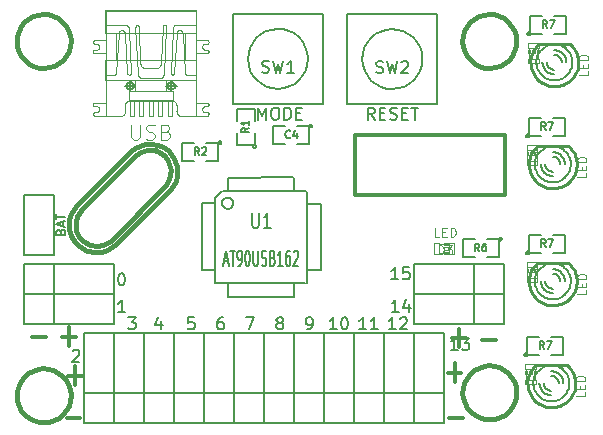
<source format=gto>
G04 (created by PCBNEW-RS274X (2011-05-25)-stable) date Чт. 09 авг. 2012 02:33:36*
G01*
G70*
G90*
%MOIN*%
G04 Gerber Fmt 3.4, Leading zero omitted, Abs format*
%FSLAX34Y34*%
G04 APERTURE LIST*
%ADD10C,0.006000*%
%ADD11C,0.012000*%
%ADD12C,0.005000*%
%ADD13C,0.010000*%
%ADD14C,0.002600*%
%ADD15C,0.004000*%
%ADD16C,0.015000*%
%ADD17C,0.003500*%
%ADD18C,0.008000*%
%ADD19C,0.006900*%
G04 APERTURE END LIST*
G54D10*
G54D11*
X60572Y-30569D02*
X61029Y-30569D01*
X60800Y-30874D02*
X60800Y-30264D01*
X61572Y-30619D02*
X62029Y-30619D01*
X60422Y-31719D02*
X60879Y-31719D01*
X60650Y-32024D02*
X60650Y-31414D01*
X60472Y-33219D02*
X60929Y-33219D01*
X47722Y-33219D02*
X48179Y-33219D01*
X47772Y-31819D02*
X48229Y-31819D01*
X48000Y-32124D02*
X48000Y-31514D01*
X46572Y-30519D02*
X47029Y-30519D01*
X47572Y-30519D02*
X48029Y-30519D01*
X47800Y-30824D02*
X47800Y-30214D01*
G54D12*
X63125Y-27725D02*
X63124Y-27734D01*
X63121Y-27744D01*
X63116Y-27752D01*
X63110Y-27760D01*
X63102Y-27766D01*
X63094Y-27771D01*
X63085Y-27773D01*
X63075Y-27774D01*
X63066Y-27774D01*
X63057Y-27771D01*
X63048Y-27766D01*
X63041Y-27760D01*
X63034Y-27753D01*
X63030Y-27744D01*
X63027Y-27735D01*
X63026Y-27725D01*
X63026Y-27716D01*
X63029Y-27707D01*
X63033Y-27698D01*
X63040Y-27691D01*
X63047Y-27684D01*
X63055Y-27680D01*
X63065Y-27677D01*
X63074Y-27676D01*
X63083Y-27676D01*
X63093Y-27679D01*
X63101Y-27683D01*
X63109Y-27689D01*
X63115Y-27697D01*
X63120Y-27705D01*
X63123Y-27714D01*
X63124Y-27724D01*
X63125Y-27725D01*
X63525Y-27725D02*
X63125Y-27725D01*
X63125Y-27725D02*
X63125Y-27125D01*
X63125Y-27125D02*
X63525Y-27125D01*
X63925Y-27125D02*
X64325Y-27125D01*
X64325Y-27125D02*
X64325Y-27725D01*
X64325Y-27725D02*
X63925Y-27725D01*
G54D13*
X64425Y-28055D02*
X63425Y-28055D01*
G54D10*
X63541Y-29135D02*
X63583Y-29167D01*
X63627Y-29195D01*
X63674Y-29219D01*
X63722Y-29239D01*
X63772Y-29255D01*
X63823Y-29266D01*
X63875Y-29272D01*
X63925Y-29275D01*
X63925Y-29274D02*
X63977Y-29271D01*
X64029Y-29264D01*
X64080Y-29253D01*
X64129Y-29237D01*
X64178Y-29217D01*
X64224Y-29193D01*
X64268Y-29165D01*
X64310Y-29133D01*
X64322Y-29122D01*
X63925Y-28076D02*
X63873Y-28079D01*
X63821Y-28086D01*
X63770Y-28097D01*
X63721Y-28113D01*
X63672Y-28133D01*
X63626Y-28157D01*
X63582Y-28185D01*
X63540Y-28217D01*
X63536Y-28221D01*
X64309Y-28215D02*
X64267Y-28183D01*
X64223Y-28155D01*
X64176Y-28131D01*
X64128Y-28111D01*
X64078Y-28095D01*
X64027Y-28084D01*
X63975Y-28078D01*
X63925Y-28075D01*
X63576Y-28188D02*
X63535Y-28220D01*
X63497Y-28256D01*
X63462Y-28295D01*
X63430Y-28337D01*
X63403Y-28381D01*
X63379Y-28428D01*
X63360Y-28476D01*
X63344Y-28526D01*
X63334Y-28578D01*
X63327Y-28629D01*
X63325Y-28675D01*
X63325Y-28675D02*
X63328Y-28727D01*
X63335Y-28779D01*
X63346Y-28830D01*
X63362Y-28880D01*
X63382Y-28928D01*
X63406Y-28974D01*
X63434Y-29019D01*
X63466Y-29060D01*
X63501Y-29099D01*
X63540Y-29134D01*
X63565Y-29154D01*
X64524Y-28675D02*
X64521Y-28623D01*
X64514Y-28571D01*
X64503Y-28520D01*
X64487Y-28471D01*
X64467Y-28422D01*
X64443Y-28376D01*
X64415Y-28332D01*
X64383Y-28290D01*
X64348Y-28252D01*
X64310Y-28217D01*
X64292Y-28203D01*
X64293Y-29148D02*
X64333Y-29114D01*
X64370Y-29077D01*
X64403Y-29036D01*
X64433Y-28993D01*
X64459Y-28948D01*
X64480Y-28900D01*
X64498Y-28851D01*
X64511Y-28800D01*
X64520Y-28749D01*
X64524Y-28696D01*
X64525Y-28675D01*
X63675Y-28675D02*
X63676Y-28696D01*
X63679Y-28718D01*
X63684Y-28739D01*
X63691Y-28760D01*
X63699Y-28780D01*
X63709Y-28799D01*
X63721Y-28818D01*
X63734Y-28835D01*
X63749Y-28851D01*
X63765Y-28866D01*
X63782Y-28879D01*
X63801Y-28891D01*
X63820Y-28901D01*
X63840Y-28909D01*
X63861Y-28916D01*
X63882Y-28921D01*
X63904Y-28924D01*
X63925Y-28925D01*
X63525Y-28675D02*
X63527Y-28709D01*
X63532Y-28744D01*
X63539Y-28778D01*
X63550Y-28811D01*
X63563Y-28844D01*
X63579Y-28874D01*
X63598Y-28904D01*
X63619Y-28932D01*
X63643Y-28957D01*
X63668Y-28981D01*
X63696Y-29002D01*
X63726Y-29021D01*
X63756Y-29037D01*
X63789Y-29050D01*
X63822Y-29061D01*
X63856Y-29068D01*
X63891Y-29073D01*
X63925Y-29075D01*
X64175Y-28675D02*
X64174Y-28654D01*
X64171Y-28632D01*
X64166Y-28611D01*
X64159Y-28590D01*
X64151Y-28570D01*
X64141Y-28551D01*
X64129Y-28532D01*
X64116Y-28515D01*
X64101Y-28499D01*
X64085Y-28484D01*
X64068Y-28471D01*
X64050Y-28459D01*
X64030Y-28449D01*
X64010Y-28441D01*
X63989Y-28434D01*
X63968Y-28429D01*
X63946Y-28426D01*
X63925Y-28425D01*
X64325Y-28675D02*
X64323Y-28641D01*
X64318Y-28606D01*
X64311Y-28572D01*
X64300Y-28539D01*
X64287Y-28506D01*
X64271Y-28476D01*
X64252Y-28446D01*
X64231Y-28418D01*
X64207Y-28393D01*
X64182Y-28369D01*
X64154Y-28348D01*
X64125Y-28329D01*
X64094Y-28313D01*
X64061Y-28300D01*
X64028Y-28289D01*
X63994Y-28282D01*
X63959Y-28277D01*
X63925Y-28275D01*
G54D13*
X63412Y-28062D02*
X63361Y-28109D01*
X63314Y-28160D01*
X63271Y-28215D01*
X63233Y-28274D01*
X63201Y-28336D01*
X63174Y-28401D01*
X63153Y-28467D01*
X63138Y-28535D01*
X63129Y-28604D01*
X63126Y-28674D01*
X63125Y-28675D01*
X63126Y-28675D02*
X63130Y-28744D01*
X63139Y-28813D01*
X63154Y-28881D01*
X63175Y-28948D01*
X63201Y-29012D01*
X63234Y-29074D01*
X63271Y-29133D01*
X63313Y-29188D01*
X63361Y-29239D01*
X63412Y-29287D01*
X63467Y-29329D01*
X63526Y-29366D01*
X63549Y-29379D01*
X64722Y-28674D02*
X64719Y-28605D01*
X64710Y-28536D01*
X64695Y-28468D01*
X64674Y-28401D01*
X64647Y-28337D01*
X64615Y-28275D01*
X64577Y-28217D01*
X64535Y-28161D01*
X64488Y-28110D01*
X64440Y-28066D01*
X64322Y-29369D02*
X64381Y-29331D01*
X64437Y-29289D01*
X64488Y-29242D01*
X64536Y-29191D01*
X64578Y-29136D01*
X64616Y-29077D01*
X64648Y-29015D01*
X64675Y-28951D01*
X64697Y-28884D01*
X64712Y-28816D01*
X64721Y-28747D01*
X64724Y-28677D01*
X64725Y-28675D01*
X63546Y-29379D02*
X63609Y-29409D01*
X63674Y-29434D01*
X63741Y-29453D01*
X63810Y-29466D01*
X63879Y-29473D01*
X63925Y-29475D01*
X63925Y-29474D02*
X63994Y-29470D01*
X64063Y-29461D01*
X64131Y-29446D01*
X64198Y-29425D01*
X64262Y-29399D01*
X64324Y-29366D01*
X64343Y-29355D01*
G54D14*
X63048Y-28198D02*
X63402Y-28198D01*
X63402Y-28198D02*
X63402Y-28041D01*
X63048Y-28041D02*
X63402Y-28041D01*
X63048Y-28198D02*
X63048Y-28041D01*
X63048Y-28709D02*
X63402Y-28709D01*
X63402Y-28709D02*
X63402Y-28552D01*
X63048Y-28552D02*
X63402Y-28552D01*
X63048Y-28709D02*
X63048Y-28552D01*
X63048Y-28375D02*
X63107Y-28375D01*
X63107Y-28375D02*
X63107Y-28257D01*
X63048Y-28257D02*
X63107Y-28257D01*
X63048Y-28375D02*
X63048Y-28257D01*
X63343Y-28375D02*
X63402Y-28375D01*
X63402Y-28375D02*
X63402Y-28257D01*
X63343Y-28257D02*
X63402Y-28257D01*
X63343Y-28375D02*
X63343Y-28257D01*
X63166Y-28375D02*
X63284Y-28375D01*
X63284Y-28375D02*
X63284Y-28257D01*
X63166Y-28257D02*
X63284Y-28257D01*
X63166Y-28375D02*
X63166Y-28257D01*
G54D15*
X63068Y-28198D02*
X63068Y-28552D01*
X63382Y-28198D02*
X63382Y-28552D01*
G54D14*
X62998Y-31598D02*
X63352Y-31598D01*
X63352Y-31598D02*
X63352Y-31441D01*
X62998Y-31441D02*
X63352Y-31441D01*
X62998Y-31598D02*
X62998Y-31441D01*
X62998Y-32109D02*
X63352Y-32109D01*
X63352Y-32109D02*
X63352Y-31952D01*
X62998Y-31952D02*
X63352Y-31952D01*
X62998Y-32109D02*
X62998Y-31952D01*
X62998Y-31775D02*
X63057Y-31775D01*
X63057Y-31775D02*
X63057Y-31657D01*
X62998Y-31657D02*
X63057Y-31657D01*
X62998Y-31775D02*
X62998Y-31657D01*
X63293Y-31775D02*
X63352Y-31775D01*
X63352Y-31775D02*
X63352Y-31657D01*
X63293Y-31657D02*
X63352Y-31657D01*
X63293Y-31775D02*
X63293Y-31657D01*
X63116Y-31775D02*
X63234Y-31775D01*
X63234Y-31775D02*
X63234Y-31657D01*
X63116Y-31657D02*
X63234Y-31657D01*
X63116Y-31775D02*
X63116Y-31657D01*
G54D15*
X63018Y-31598D02*
X63018Y-31952D01*
X63332Y-31598D02*
X63332Y-31952D01*
G54D13*
X64375Y-31455D02*
X63375Y-31455D01*
G54D10*
X63491Y-32535D02*
X63533Y-32567D01*
X63577Y-32595D01*
X63624Y-32619D01*
X63672Y-32639D01*
X63722Y-32655D01*
X63773Y-32666D01*
X63825Y-32672D01*
X63875Y-32675D01*
X63875Y-32674D02*
X63927Y-32671D01*
X63979Y-32664D01*
X64030Y-32653D01*
X64079Y-32637D01*
X64128Y-32617D01*
X64174Y-32593D01*
X64218Y-32565D01*
X64260Y-32533D01*
X64272Y-32522D01*
X63875Y-31476D02*
X63823Y-31479D01*
X63771Y-31486D01*
X63720Y-31497D01*
X63671Y-31513D01*
X63622Y-31533D01*
X63576Y-31557D01*
X63532Y-31585D01*
X63490Y-31617D01*
X63486Y-31621D01*
X64259Y-31615D02*
X64217Y-31583D01*
X64173Y-31555D01*
X64126Y-31531D01*
X64078Y-31511D01*
X64028Y-31495D01*
X63977Y-31484D01*
X63925Y-31478D01*
X63875Y-31475D01*
X63526Y-31588D02*
X63485Y-31620D01*
X63447Y-31656D01*
X63412Y-31695D01*
X63380Y-31737D01*
X63353Y-31781D01*
X63329Y-31828D01*
X63310Y-31876D01*
X63294Y-31926D01*
X63284Y-31978D01*
X63277Y-32029D01*
X63275Y-32075D01*
X63275Y-32075D02*
X63278Y-32127D01*
X63285Y-32179D01*
X63296Y-32230D01*
X63312Y-32280D01*
X63332Y-32328D01*
X63356Y-32374D01*
X63384Y-32419D01*
X63416Y-32460D01*
X63451Y-32499D01*
X63490Y-32534D01*
X63515Y-32554D01*
X64474Y-32075D02*
X64471Y-32023D01*
X64464Y-31971D01*
X64453Y-31920D01*
X64437Y-31871D01*
X64417Y-31822D01*
X64393Y-31776D01*
X64365Y-31732D01*
X64333Y-31690D01*
X64298Y-31652D01*
X64260Y-31617D01*
X64242Y-31603D01*
X64243Y-32548D02*
X64283Y-32514D01*
X64320Y-32477D01*
X64353Y-32436D01*
X64383Y-32393D01*
X64409Y-32348D01*
X64430Y-32300D01*
X64448Y-32251D01*
X64461Y-32200D01*
X64470Y-32149D01*
X64474Y-32096D01*
X64475Y-32075D01*
X63625Y-32075D02*
X63626Y-32096D01*
X63629Y-32118D01*
X63634Y-32139D01*
X63641Y-32160D01*
X63649Y-32180D01*
X63659Y-32199D01*
X63671Y-32218D01*
X63684Y-32235D01*
X63699Y-32251D01*
X63715Y-32266D01*
X63732Y-32279D01*
X63751Y-32291D01*
X63770Y-32301D01*
X63790Y-32309D01*
X63811Y-32316D01*
X63832Y-32321D01*
X63854Y-32324D01*
X63875Y-32325D01*
X63475Y-32075D02*
X63477Y-32109D01*
X63482Y-32144D01*
X63489Y-32178D01*
X63500Y-32211D01*
X63513Y-32244D01*
X63529Y-32274D01*
X63548Y-32304D01*
X63569Y-32332D01*
X63593Y-32357D01*
X63618Y-32381D01*
X63646Y-32402D01*
X63676Y-32421D01*
X63706Y-32437D01*
X63739Y-32450D01*
X63772Y-32461D01*
X63806Y-32468D01*
X63841Y-32473D01*
X63875Y-32475D01*
X64125Y-32075D02*
X64124Y-32054D01*
X64121Y-32032D01*
X64116Y-32011D01*
X64109Y-31990D01*
X64101Y-31970D01*
X64091Y-31951D01*
X64079Y-31932D01*
X64066Y-31915D01*
X64051Y-31899D01*
X64035Y-31884D01*
X64018Y-31871D01*
X64000Y-31859D01*
X63980Y-31849D01*
X63960Y-31841D01*
X63939Y-31834D01*
X63918Y-31829D01*
X63896Y-31826D01*
X63875Y-31825D01*
X64275Y-32075D02*
X64273Y-32041D01*
X64268Y-32006D01*
X64261Y-31972D01*
X64250Y-31939D01*
X64237Y-31906D01*
X64221Y-31876D01*
X64202Y-31846D01*
X64181Y-31818D01*
X64157Y-31793D01*
X64132Y-31769D01*
X64104Y-31748D01*
X64075Y-31729D01*
X64044Y-31713D01*
X64011Y-31700D01*
X63978Y-31689D01*
X63944Y-31682D01*
X63909Y-31677D01*
X63875Y-31675D01*
G54D13*
X63362Y-31462D02*
X63311Y-31509D01*
X63264Y-31560D01*
X63221Y-31615D01*
X63183Y-31674D01*
X63151Y-31736D01*
X63124Y-31801D01*
X63103Y-31867D01*
X63088Y-31935D01*
X63079Y-32004D01*
X63076Y-32074D01*
X63075Y-32075D01*
X63076Y-32075D02*
X63080Y-32144D01*
X63089Y-32213D01*
X63104Y-32281D01*
X63125Y-32348D01*
X63151Y-32412D01*
X63184Y-32474D01*
X63221Y-32533D01*
X63263Y-32588D01*
X63311Y-32639D01*
X63362Y-32687D01*
X63417Y-32729D01*
X63476Y-32766D01*
X63499Y-32779D01*
X64672Y-32074D02*
X64669Y-32005D01*
X64660Y-31936D01*
X64645Y-31868D01*
X64624Y-31801D01*
X64597Y-31737D01*
X64565Y-31675D01*
X64527Y-31617D01*
X64485Y-31561D01*
X64438Y-31510D01*
X64390Y-31466D01*
X64272Y-32769D02*
X64331Y-32731D01*
X64387Y-32689D01*
X64438Y-32642D01*
X64486Y-32591D01*
X64528Y-32536D01*
X64566Y-32477D01*
X64598Y-32415D01*
X64625Y-32351D01*
X64647Y-32284D01*
X64662Y-32216D01*
X64671Y-32147D01*
X64674Y-32077D01*
X64675Y-32075D01*
X63496Y-32779D02*
X63559Y-32809D01*
X63624Y-32834D01*
X63691Y-32853D01*
X63760Y-32866D01*
X63829Y-32873D01*
X63875Y-32875D01*
X63875Y-32874D02*
X63944Y-32870D01*
X64013Y-32861D01*
X64081Y-32846D01*
X64148Y-32825D01*
X64212Y-32799D01*
X64274Y-32766D01*
X64293Y-32755D01*
G54D12*
X63075Y-31125D02*
X63074Y-31134D01*
X63071Y-31144D01*
X63066Y-31152D01*
X63060Y-31160D01*
X63052Y-31166D01*
X63044Y-31171D01*
X63035Y-31173D01*
X63025Y-31174D01*
X63016Y-31174D01*
X63007Y-31171D01*
X62998Y-31166D01*
X62991Y-31160D01*
X62984Y-31153D01*
X62980Y-31144D01*
X62977Y-31135D01*
X62976Y-31125D01*
X62976Y-31116D01*
X62979Y-31107D01*
X62983Y-31098D01*
X62990Y-31091D01*
X62997Y-31084D01*
X63005Y-31080D01*
X63015Y-31077D01*
X63024Y-31076D01*
X63033Y-31076D01*
X63043Y-31079D01*
X63051Y-31083D01*
X63059Y-31089D01*
X63065Y-31097D01*
X63070Y-31105D01*
X63073Y-31114D01*
X63074Y-31124D01*
X63075Y-31125D01*
X63475Y-31125D02*
X63075Y-31125D01*
X63075Y-31125D02*
X63075Y-30525D01*
X63075Y-30525D02*
X63475Y-30525D01*
X63875Y-30525D02*
X64275Y-30525D01*
X64275Y-30525D02*
X64275Y-31125D01*
X64275Y-31125D02*
X63875Y-31125D01*
X63125Y-23825D02*
X63124Y-23834D01*
X63121Y-23844D01*
X63116Y-23852D01*
X63110Y-23860D01*
X63102Y-23866D01*
X63094Y-23871D01*
X63085Y-23873D01*
X63075Y-23874D01*
X63066Y-23874D01*
X63057Y-23871D01*
X63048Y-23866D01*
X63041Y-23860D01*
X63034Y-23853D01*
X63030Y-23844D01*
X63027Y-23835D01*
X63026Y-23825D01*
X63026Y-23816D01*
X63029Y-23807D01*
X63033Y-23798D01*
X63040Y-23791D01*
X63047Y-23784D01*
X63055Y-23780D01*
X63065Y-23777D01*
X63074Y-23776D01*
X63083Y-23776D01*
X63093Y-23779D01*
X63101Y-23783D01*
X63109Y-23789D01*
X63115Y-23797D01*
X63120Y-23805D01*
X63123Y-23814D01*
X63124Y-23824D01*
X63125Y-23825D01*
X63525Y-23825D02*
X63125Y-23825D01*
X63125Y-23825D02*
X63125Y-23225D01*
X63125Y-23225D02*
X63525Y-23225D01*
X63925Y-23225D02*
X64325Y-23225D01*
X64325Y-23225D02*
X64325Y-23825D01*
X64325Y-23825D02*
X63925Y-23825D01*
G54D13*
X64425Y-24155D02*
X63425Y-24155D01*
G54D10*
X63541Y-25235D02*
X63583Y-25267D01*
X63627Y-25295D01*
X63674Y-25319D01*
X63722Y-25339D01*
X63772Y-25355D01*
X63823Y-25366D01*
X63875Y-25372D01*
X63925Y-25375D01*
X63925Y-25374D02*
X63977Y-25371D01*
X64029Y-25364D01*
X64080Y-25353D01*
X64129Y-25337D01*
X64178Y-25317D01*
X64224Y-25293D01*
X64268Y-25265D01*
X64310Y-25233D01*
X64322Y-25222D01*
X63925Y-24176D02*
X63873Y-24179D01*
X63821Y-24186D01*
X63770Y-24197D01*
X63721Y-24213D01*
X63672Y-24233D01*
X63626Y-24257D01*
X63582Y-24285D01*
X63540Y-24317D01*
X63536Y-24321D01*
X64309Y-24315D02*
X64267Y-24283D01*
X64223Y-24255D01*
X64176Y-24231D01*
X64128Y-24211D01*
X64078Y-24195D01*
X64027Y-24184D01*
X63975Y-24178D01*
X63925Y-24175D01*
X63576Y-24288D02*
X63535Y-24320D01*
X63497Y-24356D01*
X63462Y-24395D01*
X63430Y-24437D01*
X63403Y-24481D01*
X63379Y-24528D01*
X63360Y-24576D01*
X63344Y-24626D01*
X63334Y-24678D01*
X63327Y-24729D01*
X63325Y-24775D01*
X63325Y-24775D02*
X63328Y-24827D01*
X63335Y-24879D01*
X63346Y-24930D01*
X63362Y-24980D01*
X63382Y-25028D01*
X63406Y-25074D01*
X63434Y-25119D01*
X63466Y-25160D01*
X63501Y-25199D01*
X63540Y-25234D01*
X63565Y-25254D01*
X64524Y-24775D02*
X64521Y-24723D01*
X64514Y-24671D01*
X64503Y-24620D01*
X64487Y-24571D01*
X64467Y-24522D01*
X64443Y-24476D01*
X64415Y-24432D01*
X64383Y-24390D01*
X64348Y-24352D01*
X64310Y-24317D01*
X64292Y-24303D01*
X64293Y-25248D02*
X64333Y-25214D01*
X64370Y-25177D01*
X64403Y-25136D01*
X64433Y-25093D01*
X64459Y-25048D01*
X64480Y-25000D01*
X64498Y-24951D01*
X64511Y-24900D01*
X64520Y-24849D01*
X64524Y-24796D01*
X64525Y-24775D01*
X63675Y-24775D02*
X63676Y-24796D01*
X63679Y-24818D01*
X63684Y-24839D01*
X63691Y-24860D01*
X63699Y-24880D01*
X63709Y-24899D01*
X63721Y-24918D01*
X63734Y-24935D01*
X63749Y-24951D01*
X63765Y-24966D01*
X63782Y-24979D01*
X63801Y-24991D01*
X63820Y-25001D01*
X63840Y-25009D01*
X63861Y-25016D01*
X63882Y-25021D01*
X63904Y-25024D01*
X63925Y-25025D01*
X63525Y-24775D02*
X63527Y-24809D01*
X63532Y-24844D01*
X63539Y-24878D01*
X63550Y-24911D01*
X63563Y-24944D01*
X63579Y-24974D01*
X63598Y-25004D01*
X63619Y-25032D01*
X63643Y-25057D01*
X63668Y-25081D01*
X63696Y-25102D01*
X63726Y-25121D01*
X63756Y-25137D01*
X63789Y-25150D01*
X63822Y-25161D01*
X63856Y-25168D01*
X63891Y-25173D01*
X63925Y-25175D01*
X64175Y-24775D02*
X64174Y-24754D01*
X64171Y-24732D01*
X64166Y-24711D01*
X64159Y-24690D01*
X64151Y-24670D01*
X64141Y-24651D01*
X64129Y-24632D01*
X64116Y-24615D01*
X64101Y-24599D01*
X64085Y-24584D01*
X64068Y-24571D01*
X64050Y-24559D01*
X64030Y-24549D01*
X64010Y-24541D01*
X63989Y-24534D01*
X63968Y-24529D01*
X63946Y-24526D01*
X63925Y-24525D01*
X64325Y-24775D02*
X64323Y-24741D01*
X64318Y-24706D01*
X64311Y-24672D01*
X64300Y-24639D01*
X64287Y-24606D01*
X64271Y-24576D01*
X64252Y-24546D01*
X64231Y-24518D01*
X64207Y-24493D01*
X64182Y-24469D01*
X64154Y-24448D01*
X64125Y-24429D01*
X64094Y-24413D01*
X64061Y-24400D01*
X64028Y-24389D01*
X63994Y-24382D01*
X63959Y-24377D01*
X63925Y-24375D01*
G54D13*
X63412Y-24162D02*
X63361Y-24209D01*
X63314Y-24260D01*
X63271Y-24315D01*
X63233Y-24374D01*
X63201Y-24436D01*
X63174Y-24501D01*
X63153Y-24567D01*
X63138Y-24635D01*
X63129Y-24704D01*
X63126Y-24774D01*
X63125Y-24775D01*
X63126Y-24775D02*
X63130Y-24844D01*
X63139Y-24913D01*
X63154Y-24981D01*
X63175Y-25048D01*
X63201Y-25112D01*
X63234Y-25174D01*
X63271Y-25233D01*
X63313Y-25288D01*
X63361Y-25339D01*
X63412Y-25387D01*
X63467Y-25429D01*
X63526Y-25466D01*
X63549Y-25479D01*
X64722Y-24774D02*
X64719Y-24705D01*
X64710Y-24636D01*
X64695Y-24568D01*
X64674Y-24501D01*
X64647Y-24437D01*
X64615Y-24375D01*
X64577Y-24317D01*
X64535Y-24261D01*
X64488Y-24210D01*
X64440Y-24166D01*
X64322Y-25469D02*
X64381Y-25431D01*
X64437Y-25389D01*
X64488Y-25342D01*
X64536Y-25291D01*
X64578Y-25236D01*
X64616Y-25177D01*
X64648Y-25115D01*
X64675Y-25051D01*
X64697Y-24984D01*
X64712Y-24916D01*
X64721Y-24847D01*
X64724Y-24777D01*
X64725Y-24775D01*
X63546Y-25479D02*
X63609Y-25509D01*
X63674Y-25534D01*
X63741Y-25553D01*
X63810Y-25566D01*
X63879Y-25573D01*
X63925Y-25575D01*
X63925Y-25574D02*
X63994Y-25570D01*
X64063Y-25561D01*
X64131Y-25546D01*
X64198Y-25525D01*
X64262Y-25499D01*
X64324Y-25466D01*
X64343Y-25455D01*
G54D14*
X63048Y-24298D02*
X63402Y-24298D01*
X63402Y-24298D02*
X63402Y-24141D01*
X63048Y-24141D02*
X63402Y-24141D01*
X63048Y-24298D02*
X63048Y-24141D01*
X63048Y-24809D02*
X63402Y-24809D01*
X63402Y-24809D02*
X63402Y-24652D01*
X63048Y-24652D02*
X63402Y-24652D01*
X63048Y-24809D02*
X63048Y-24652D01*
X63048Y-24475D02*
X63107Y-24475D01*
X63107Y-24475D02*
X63107Y-24357D01*
X63048Y-24357D02*
X63107Y-24357D01*
X63048Y-24475D02*
X63048Y-24357D01*
X63343Y-24475D02*
X63402Y-24475D01*
X63402Y-24475D02*
X63402Y-24357D01*
X63343Y-24357D02*
X63402Y-24357D01*
X63343Y-24475D02*
X63343Y-24357D01*
X63166Y-24475D02*
X63284Y-24475D01*
X63284Y-24475D02*
X63284Y-24357D01*
X63166Y-24357D02*
X63284Y-24357D01*
X63166Y-24475D02*
X63166Y-24357D01*
G54D15*
X63068Y-24298D02*
X63068Y-24652D01*
X63382Y-24298D02*
X63382Y-24652D01*
G54D16*
X47849Y-20669D02*
X47831Y-20843D01*
X47781Y-21011D01*
X47698Y-21167D01*
X47587Y-21303D01*
X47452Y-21415D01*
X47297Y-21498D01*
X47129Y-21550D01*
X46955Y-21568D01*
X46781Y-21553D01*
X46612Y-21503D01*
X46457Y-21422D01*
X46320Y-21312D01*
X46207Y-21177D01*
X46122Y-21023D01*
X46069Y-20856D01*
X46050Y-20681D01*
X46064Y-20507D01*
X46113Y-20338D01*
X46193Y-20182D01*
X46302Y-20044D01*
X46436Y-19930D01*
X46589Y-19845D01*
X46756Y-19790D01*
X46931Y-19770D01*
X47105Y-19783D01*
X47274Y-19830D01*
X47431Y-19910D01*
X47569Y-20018D01*
X47684Y-20151D01*
X47771Y-20303D01*
X47826Y-20470D01*
X47848Y-20644D01*
X47849Y-20669D01*
X47849Y-32480D02*
X47831Y-32654D01*
X47781Y-32822D01*
X47698Y-32978D01*
X47587Y-33114D01*
X47452Y-33226D01*
X47297Y-33309D01*
X47129Y-33361D01*
X46955Y-33379D01*
X46781Y-33364D01*
X46612Y-33314D01*
X46457Y-33233D01*
X46320Y-33123D01*
X46207Y-32988D01*
X46122Y-32834D01*
X46069Y-32667D01*
X46050Y-32492D01*
X46064Y-32318D01*
X46113Y-32149D01*
X46193Y-31993D01*
X46302Y-31855D01*
X46436Y-31741D01*
X46589Y-31656D01*
X46756Y-31601D01*
X46931Y-31581D01*
X47105Y-31594D01*
X47274Y-31641D01*
X47431Y-31721D01*
X47569Y-31829D01*
X47684Y-31962D01*
X47771Y-32114D01*
X47826Y-32281D01*
X47848Y-32455D01*
X47849Y-32480D01*
X62711Y-20669D02*
X62693Y-20843D01*
X62643Y-21011D01*
X62560Y-21167D01*
X62449Y-21303D01*
X62314Y-21415D01*
X62159Y-21498D01*
X61991Y-21550D01*
X61817Y-21568D01*
X61643Y-21553D01*
X61474Y-21503D01*
X61319Y-21422D01*
X61182Y-21312D01*
X61069Y-21177D01*
X60984Y-21023D01*
X60931Y-20856D01*
X60912Y-20681D01*
X60926Y-20507D01*
X60975Y-20338D01*
X61055Y-20182D01*
X61164Y-20044D01*
X61298Y-19930D01*
X61451Y-19845D01*
X61618Y-19790D01*
X61793Y-19770D01*
X61967Y-19783D01*
X62136Y-19830D01*
X62293Y-19910D01*
X62431Y-20018D01*
X62546Y-20151D01*
X62633Y-20303D01*
X62688Y-20470D01*
X62710Y-20644D01*
X62711Y-20669D01*
X62711Y-32382D02*
X62693Y-32556D01*
X62643Y-32724D01*
X62560Y-32880D01*
X62449Y-33016D01*
X62314Y-33128D01*
X62159Y-33211D01*
X61991Y-33263D01*
X61817Y-33281D01*
X61643Y-33266D01*
X61474Y-33216D01*
X61319Y-33135D01*
X61182Y-33025D01*
X61069Y-32890D01*
X60984Y-32736D01*
X60931Y-32569D01*
X60912Y-32394D01*
X60926Y-32220D01*
X60975Y-32051D01*
X61055Y-31895D01*
X61164Y-31757D01*
X61298Y-31643D01*
X61451Y-31558D01*
X61618Y-31503D01*
X61793Y-31483D01*
X61967Y-31496D01*
X62136Y-31543D01*
X62293Y-31623D01*
X62431Y-31731D01*
X62546Y-31864D01*
X62633Y-32016D01*
X62688Y-32183D01*
X62710Y-32357D01*
X62711Y-32382D01*
G54D14*
X51087Y-22669D02*
X51087Y-23182D01*
X51087Y-23182D02*
X51220Y-23182D01*
X51220Y-22669D02*
X51220Y-23182D01*
X51087Y-22669D02*
X51220Y-22669D01*
X50773Y-22669D02*
X50773Y-23182D01*
X50773Y-23182D02*
X50905Y-23182D01*
X50905Y-22669D02*
X50905Y-23182D01*
X50773Y-22669D02*
X50905Y-22669D01*
X50459Y-22669D02*
X50459Y-23182D01*
X50459Y-23182D02*
X50590Y-23182D01*
X50590Y-22669D02*
X50590Y-23182D01*
X50459Y-22669D02*
X50590Y-22669D01*
X50144Y-22669D02*
X50144Y-23182D01*
X50144Y-23182D02*
X50277Y-23182D01*
X50277Y-22669D02*
X50277Y-23182D01*
X50144Y-22669D02*
X50277Y-22669D01*
X49830Y-22669D02*
X49830Y-23182D01*
X49830Y-23182D02*
X49962Y-23182D01*
X49962Y-22669D02*
X49962Y-23182D01*
X49830Y-22669D02*
X49962Y-22669D01*
X49007Y-19637D02*
X49007Y-20414D01*
X49007Y-20414D02*
X52037Y-20414D01*
X52037Y-19637D02*
X52037Y-20414D01*
X49007Y-19637D02*
X52037Y-19637D01*
X49007Y-21300D02*
X49007Y-21979D01*
X49007Y-21979D02*
X52037Y-21979D01*
X52037Y-21300D02*
X52037Y-21979D01*
X49007Y-21300D02*
X52037Y-21300D01*
X49371Y-20414D02*
X49371Y-21300D01*
X49371Y-21300D02*
X51673Y-21300D01*
X51673Y-20414D02*
X51673Y-21300D01*
X49371Y-20414D02*
X51673Y-20414D01*
X49794Y-22333D02*
X49794Y-22638D01*
X49794Y-22638D02*
X51250Y-22638D01*
X51250Y-22333D02*
X51250Y-22638D01*
X49794Y-22333D02*
X51250Y-22333D01*
X50011Y-21979D02*
X50011Y-22333D01*
X50011Y-22333D02*
X51033Y-22333D01*
X51033Y-21979D02*
X51033Y-22333D01*
X50011Y-21979D02*
X51033Y-21979D01*
G54D15*
X52020Y-19656D02*
X52020Y-23160D01*
X52020Y-23160D02*
X51523Y-23160D01*
X51380Y-23016D02*
X51380Y-22807D01*
X51236Y-22663D02*
X49791Y-22663D01*
X49664Y-22790D02*
X49664Y-23022D01*
X49526Y-23160D02*
X49024Y-23160D01*
X49024Y-23160D02*
X49024Y-21080D01*
X49024Y-21080D02*
X49024Y-19656D01*
X49024Y-19656D02*
X52020Y-19656D01*
X49024Y-23160D02*
X48654Y-23160D01*
X48593Y-23099D02*
X48593Y-23099D01*
X48660Y-23033D02*
X48720Y-23033D01*
X48809Y-22945D02*
X48809Y-22934D01*
X48720Y-22845D02*
X48654Y-22845D01*
X48660Y-22718D02*
X49002Y-22718D01*
X49024Y-21080D02*
X48654Y-21080D01*
X48593Y-21019D02*
X48593Y-21019D01*
X48660Y-20953D02*
X48720Y-20953D01*
X48809Y-20865D02*
X48809Y-20854D01*
X48720Y-20765D02*
X48654Y-20765D01*
X48660Y-20639D02*
X49002Y-20639D01*
X52020Y-20639D02*
X52390Y-20639D01*
X52450Y-20699D02*
X52450Y-20699D01*
X52384Y-20766D02*
X52323Y-20766D01*
X52235Y-20854D02*
X52235Y-20865D01*
X52323Y-20953D02*
X52390Y-20953D01*
X52384Y-21080D02*
X52042Y-21080D01*
X52020Y-22718D02*
X52390Y-22718D01*
X52450Y-22779D02*
X52450Y-22779D01*
X52384Y-22845D02*
X52323Y-22845D01*
X52235Y-22934D02*
X52235Y-22945D01*
X52323Y-23033D02*
X52390Y-23033D01*
X52384Y-23160D02*
X52014Y-23160D01*
X51998Y-20125D02*
X51391Y-20125D01*
X51253Y-20263D02*
X51253Y-20280D01*
X51253Y-20280D02*
X51186Y-21726D01*
X51302Y-21731D02*
X51391Y-20396D01*
X51584Y-20401D02*
X51672Y-21742D01*
X51722Y-21787D02*
X51998Y-21787D01*
X50949Y-21770D02*
X51032Y-20186D01*
X50927Y-20180D02*
X50861Y-21406D01*
X50690Y-21577D02*
X50343Y-21577D01*
X50177Y-21411D02*
X50177Y-21384D01*
X50177Y-21384D02*
X50122Y-20186D01*
X50012Y-20186D02*
X50095Y-21759D01*
X50238Y-21902D02*
X50817Y-21902D01*
X49046Y-20125D02*
X49653Y-20125D01*
X49791Y-20263D02*
X49791Y-20280D01*
X49791Y-20280D02*
X49857Y-21726D01*
X49741Y-21731D02*
X49653Y-20396D01*
X49460Y-20401D02*
X49372Y-21742D01*
X49322Y-21787D02*
X49046Y-21787D01*
G54D12*
X49958Y-22156D02*
X49955Y-22180D01*
X49948Y-22203D01*
X49937Y-22224D01*
X49921Y-22243D01*
X49903Y-22258D01*
X49882Y-22270D01*
X49858Y-22277D01*
X49834Y-22279D01*
X49811Y-22277D01*
X49788Y-22270D01*
X49767Y-22259D01*
X49748Y-22244D01*
X49732Y-22226D01*
X49721Y-22204D01*
X49713Y-22181D01*
X49711Y-22157D01*
X49713Y-22134D01*
X49719Y-22111D01*
X49730Y-22089D01*
X49745Y-22070D01*
X49764Y-22055D01*
X49785Y-22043D01*
X49808Y-22035D01*
X49832Y-22033D01*
X49855Y-22034D01*
X49878Y-22041D01*
X49900Y-22052D01*
X49919Y-22067D01*
X49935Y-22085D01*
X49947Y-22106D01*
X49954Y-22129D01*
X49957Y-22153D01*
X49958Y-22156D01*
X49834Y-21979D02*
X49834Y-22333D01*
X49656Y-22156D02*
X50011Y-22156D01*
X51334Y-22156D02*
X51331Y-22180D01*
X51324Y-22203D01*
X51313Y-22224D01*
X51297Y-22243D01*
X51279Y-22258D01*
X51258Y-22270D01*
X51234Y-22277D01*
X51210Y-22279D01*
X51187Y-22277D01*
X51164Y-22270D01*
X51143Y-22259D01*
X51124Y-22244D01*
X51108Y-22226D01*
X51097Y-22204D01*
X51089Y-22181D01*
X51087Y-22157D01*
X51089Y-22134D01*
X51095Y-22111D01*
X51106Y-22089D01*
X51121Y-22070D01*
X51140Y-22055D01*
X51161Y-22043D01*
X51184Y-22035D01*
X51208Y-22033D01*
X51231Y-22034D01*
X51254Y-22041D01*
X51276Y-22052D01*
X51295Y-22067D01*
X51311Y-22085D01*
X51323Y-22106D01*
X51330Y-22129D01*
X51333Y-22153D01*
X51334Y-22156D01*
X51210Y-21979D02*
X51210Y-22333D01*
X51033Y-22156D02*
X51388Y-22156D01*
G54D15*
X51379Y-23016D02*
X51380Y-23028D01*
X51382Y-23041D01*
X51384Y-23053D01*
X51388Y-23065D01*
X51393Y-23076D01*
X51399Y-23087D01*
X51406Y-23098D01*
X51413Y-23108D01*
X51422Y-23117D01*
X51431Y-23126D01*
X51441Y-23133D01*
X51452Y-23140D01*
X51463Y-23146D01*
X51474Y-23151D01*
X51486Y-23155D01*
X51498Y-23157D01*
X51511Y-23159D01*
X51523Y-23160D01*
X51380Y-22807D02*
X51379Y-22795D01*
X51377Y-22782D01*
X51375Y-22770D01*
X51371Y-22758D01*
X51366Y-22747D01*
X51360Y-22736D01*
X51353Y-22725D01*
X51346Y-22715D01*
X51337Y-22706D01*
X51328Y-22697D01*
X51318Y-22690D01*
X51308Y-22683D01*
X51296Y-22677D01*
X51285Y-22672D01*
X51273Y-22668D01*
X51261Y-22666D01*
X51248Y-22664D01*
X51236Y-22663D01*
X49791Y-22663D02*
X49780Y-22664D01*
X49769Y-22665D01*
X49759Y-22668D01*
X49748Y-22671D01*
X49738Y-22675D01*
X49728Y-22681D01*
X49719Y-22686D01*
X49710Y-22693D01*
X49702Y-22701D01*
X49694Y-22709D01*
X49687Y-22718D01*
X49682Y-22727D01*
X49676Y-22737D01*
X49672Y-22747D01*
X49669Y-22758D01*
X49666Y-22768D01*
X49665Y-22779D01*
X49664Y-22790D01*
X49526Y-23160D02*
X49538Y-23159D01*
X49549Y-23157D01*
X49561Y-23155D01*
X49573Y-23151D01*
X49584Y-23147D01*
X49595Y-23141D01*
X49605Y-23135D01*
X49614Y-23127D01*
X49623Y-23119D01*
X49631Y-23110D01*
X49639Y-23101D01*
X49645Y-23090D01*
X49651Y-23080D01*
X49655Y-23069D01*
X49659Y-23057D01*
X49661Y-23045D01*
X49663Y-23034D01*
X49664Y-23022D01*
X48594Y-23099D02*
X48594Y-23103D01*
X48594Y-23109D01*
X48595Y-23114D01*
X48597Y-23119D01*
X48599Y-23124D01*
X48601Y-23129D01*
X48604Y-23133D01*
X48607Y-23137D01*
X48611Y-23141D01*
X48615Y-23145D01*
X48619Y-23148D01*
X48624Y-23151D01*
X48628Y-23154D01*
X48633Y-23156D01*
X48638Y-23157D01*
X48643Y-23158D01*
X48649Y-23159D01*
X48654Y-23159D01*
X48654Y-23160D01*
X48660Y-23032D02*
X48655Y-23033D01*
X48649Y-23034D01*
X48643Y-23035D01*
X48638Y-23037D01*
X48632Y-23039D01*
X48627Y-23041D01*
X48622Y-23045D01*
X48617Y-23048D01*
X48613Y-23052D01*
X48609Y-23056D01*
X48606Y-23061D01*
X48602Y-23066D01*
X48600Y-23071D01*
X48598Y-23077D01*
X48596Y-23082D01*
X48595Y-23088D01*
X48594Y-23094D01*
X48593Y-23099D01*
X48720Y-23033D02*
X48727Y-23033D01*
X48735Y-23032D01*
X48742Y-23031D01*
X48750Y-23028D01*
X48757Y-23025D01*
X48764Y-23022D01*
X48770Y-23017D01*
X48777Y-23013D01*
X48782Y-23008D01*
X48788Y-23002D01*
X48792Y-22996D01*
X48796Y-22989D01*
X48800Y-22982D01*
X48803Y-22975D01*
X48805Y-22968D01*
X48807Y-22960D01*
X48808Y-22952D01*
X48808Y-22945D01*
X48809Y-22945D01*
X48809Y-22934D02*
X48808Y-22927D01*
X48807Y-22919D01*
X48805Y-22911D01*
X48803Y-22904D01*
X48800Y-22897D01*
X48797Y-22890D01*
X48792Y-22883D01*
X48788Y-22877D01*
X48782Y-22872D01*
X48777Y-22866D01*
X48771Y-22862D01*
X48764Y-22857D01*
X48757Y-22854D01*
X48750Y-22851D01*
X48743Y-22849D01*
X48735Y-22847D01*
X48727Y-22846D01*
X48720Y-22845D01*
X48594Y-22785D02*
X48595Y-22790D01*
X48595Y-22795D01*
X48597Y-22800D01*
X48598Y-22805D01*
X48600Y-22810D01*
X48603Y-22814D01*
X48605Y-22819D01*
X48609Y-22823D01*
X48612Y-22827D01*
X48616Y-22830D01*
X48620Y-22834D01*
X48625Y-22836D01*
X48629Y-22839D01*
X48634Y-22841D01*
X48639Y-22842D01*
X48644Y-22844D01*
X48649Y-22844D01*
X48654Y-22845D01*
X48660Y-22718D02*
X48655Y-22719D01*
X48649Y-22720D01*
X48643Y-22721D01*
X48638Y-22723D01*
X48632Y-22725D01*
X48627Y-22727D01*
X48622Y-22731D01*
X48617Y-22734D01*
X48613Y-22738D01*
X48609Y-22742D01*
X48606Y-22747D01*
X48602Y-22752D01*
X48600Y-22757D01*
X48598Y-22763D01*
X48596Y-22768D01*
X48595Y-22774D01*
X48594Y-22780D01*
X48593Y-22785D01*
X48595Y-21020D02*
X48595Y-21024D01*
X48595Y-21030D01*
X48596Y-21035D01*
X48598Y-21040D01*
X48600Y-21044D01*
X48602Y-21049D01*
X48605Y-21054D01*
X48608Y-21058D01*
X48612Y-21062D01*
X48616Y-21065D01*
X48620Y-21068D01*
X48624Y-21071D01*
X48629Y-21074D01*
X48634Y-21076D01*
X48639Y-21077D01*
X48644Y-21079D01*
X48649Y-21079D01*
X48654Y-21079D01*
X48654Y-21080D01*
X48660Y-20952D02*
X48655Y-20953D01*
X48649Y-20954D01*
X48643Y-20955D01*
X48638Y-20957D01*
X48632Y-20959D01*
X48627Y-20961D01*
X48622Y-20965D01*
X48617Y-20968D01*
X48613Y-20972D01*
X48609Y-20976D01*
X48606Y-20981D01*
X48602Y-20986D01*
X48600Y-20991D01*
X48598Y-20997D01*
X48596Y-21002D01*
X48595Y-21008D01*
X48594Y-21014D01*
X48593Y-21019D01*
X48720Y-20953D02*
X48727Y-20953D01*
X48735Y-20952D01*
X48742Y-20951D01*
X48750Y-20948D01*
X48757Y-20945D01*
X48764Y-20942D01*
X48770Y-20937D01*
X48777Y-20933D01*
X48782Y-20928D01*
X48788Y-20922D01*
X48792Y-20916D01*
X48796Y-20909D01*
X48800Y-20902D01*
X48803Y-20895D01*
X48805Y-20888D01*
X48807Y-20880D01*
X48808Y-20872D01*
X48808Y-20865D01*
X48809Y-20865D01*
X48808Y-20854D02*
X48808Y-20847D01*
X48807Y-20839D01*
X48805Y-20831D01*
X48803Y-20824D01*
X48800Y-20817D01*
X48796Y-20810D01*
X48792Y-20803D01*
X48788Y-20797D01*
X48782Y-20791D01*
X48777Y-20786D01*
X48770Y-20782D01*
X48764Y-20777D01*
X48757Y-20774D01*
X48750Y-20771D01*
X48742Y-20768D01*
X48735Y-20767D01*
X48727Y-20766D01*
X48720Y-20765D01*
X48594Y-20705D02*
X48595Y-20710D01*
X48595Y-20715D01*
X48597Y-20720D01*
X48598Y-20725D01*
X48600Y-20730D01*
X48603Y-20734D01*
X48605Y-20739D01*
X48609Y-20743D01*
X48612Y-20747D01*
X48616Y-20750D01*
X48620Y-20754D01*
X48625Y-20756D01*
X48629Y-20759D01*
X48634Y-20761D01*
X48639Y-20762D01*
X48644Y-20764D01*
X48649Y-20764D01*
X48654Y-20765D01*
X48660Y-20638D02*
X48655Y-20639D01*
X48649Y-20640D01*
X48643Y-20641D01*
X48638Y-20643D01*
X48632Y-20645D01*
X48627Y-20647D01*
X48622Y-20651D01*
X48617Y-20654D01*
X48613Y-20658D01*
X48609Y-20662D01*
X48606Y-20667D01*
X48602Y-20672D01*
X48600Y-20677D01*
X48598Y-20683D01*
X48596Y-20688D01*
X48595Y-20694D01*
X48594Y-20700D01*
X48593Y-20705D01*
X52449Y-20699D02*
X52449Y-20695D01*
X52449Y-20689D01*
X52448Y-20684D01*
X52446Y-20679D01*
X52444Y-20675D01*
X52442Y-20670D01*
X52439Y-20665D01*
X52436Y-20661D01*
X52432Y-20657D01*
X52428Y-20654D01*
X52424Y-20651D01*
X52420Y-20648D01*
X52415Y-20645D01*
X52410Y-20643D01*
X52405Y-20642D01*
X52400Y-20640D01*
X52395Y-20640D01*
X52390Y-20640D01*
X52390Y-20639D01*
X52384Y-20765D02*
X52389Y-20764D01*
X52395Y-20763D01*
X52401Y-20762D01*
X52406Y-20761D01*
X52411Y-20758D01*
X52417Y-20756D01*
X52421Y-20753D01*
X52426Y-20749D01*
X52430Y-20745D01*
X52434Y-20741D01*
X52438Y-20736D01*
X52441Y-20731D01*
X52443Y-20726D01*
X52446Y-20721D01*
X52447Y-20716D01*
X52448Y-20710D01*
X52449Y-20704D01*
X52450Y-20699D01*
X52323Y-20766D02*
X52316Y-20767D01*
X52308Y-20768D01*
X52301Y-20769D01*
X52293Y-20772D01*
X52286Y-20775D01*
X52280Y-20778D01*
X52273Y-20782D01*
X52267Y-20787D01*
X52261Y-20792D01*
X52256Y-20798D01*
X52251Y-20804D01*
X52247Y-20811D01*
X52244Y-20817D01*
X52241Y-20824D01*
X52238Y-20832D01*
X52237Y-20839D01*
X52236Y-20847D01*
X52235Y-20854D01*
X52236Y-20865D02*
X52236Y-20872D01*
X52237Y-20880D01*
X52238Y-20887D01*
X52241Y-20894D01*
X52244Y-20902D01*
X52247Y-20908D01*
X52251Y-20915D01*
X52256Y-20921D01*
X52261Y-20927D01*
X52267Y-20932D01*
X52273Y-20936D01*
X52279Y-20941D01*
X52286Y-20944D01*
X52293Y-20947D01*
X52301Y-20949D01*
X52308Y-20951D01*
X52316Y-20952D01*
X52323Y-20952D01*
X52323Y-20953D01*
X52451Y-21014D02*
X52450Y-21009D01*
X52450Y-21004D01*
X52448Y-20999D01*
X52447Y-20994D01*
X52445Y-20989D01*
X52442Y-20984D01*
X52439Y-20980D01*
X52436Y-20975D01*
X52433Y-20971D01*
X52429Y-20968D01*
X52424Y-20965D01*
X52420Y-20962D01*
X52415Y-20959D01*
X52410Y-20957D01*
X52405Y-20956D01*
X52400Y-20954D01*
X52395Y-20954D01*
X52390Y-20953D01*
X52384Y-21080D02*
X52389Y-21079D01*
X52395Y-21078D01*
X52401Y-21077D01*
X52406Y-21076D01*
X52411Y-21073D01*
X52417Y-21071D01*
X52421Y-21068D01*
X52426Y-21064D01*
X52430Y-21060D01*
X52434Y-21056D01*
X52438Y-21051D01*
X52441Y-21046D01*
X52443Y-21041D01*
X52446Y-21036D01*
X52447Y-21031D01*
X52448Y-21025D01*
X52449Y-21019D01*
X52450Y-21014D01*
X52450Y-22779D02*
X52450Y-22775D01*
X52450Y-22769D01*
X52449Y-22764D01*
X52447Y-22759D01*
X52445Y-22754D01*
X52442Y-22749D01*
X52440Y-22745D01*
X52436Y-22741D01*
X52433Y-22737D01*
X52429Y-22733D01*
X52425Y-22730D01*
X52420Y-22727D01*
X52416Y-22724D01*
X52411Y-22722D01*
X52406Y-22721D01*
X52400Y-22719D01*
X52395Y-22719D01*
X52390Y-22719D01*
X52390Y-22718D01*
X52384Y-22845D02*
X52389Y-22844D01*
X52395Y-22843D01*
X52401Y-22842D01*
X52406Y-22841D01*
X52411Y-22838D01*
X52417Y-22836D01*
X52421Y-22833D01*
X52426Y-22829D01*
X52430Y-22825D01*
X52434Y-22821D01*
X52438Y-22816D01*
X52441Y-22811D01*
X52443Y-22806D01*
X52446Y-22801D01*
X52447Y-22796D01*
X52448Y-22790D01*
X52449Y-22784D01*
X52450Y-22779D01*
X52323Y-22846D02*
X52316Y-22847D01*
X52308Y-22848D01*
X52301Y-22849D01*
X52293Y-22852D01*
X52286Y-22855D01*
X52280Y-22858D01*
X52273Y-22862D01*
X52267Y-22867D01*
X52261Y-22872D01*
X52256Y-22878D01*
X52251Y-22884D01*
X52247Y-22891D01*
X52244Y-22897D01*
X52241Y-22904D01*
X52238Y-22912D01*
X52237Y-22919D01*
X52236Y-22927D01*
X52235Y-22934D01*
X52235Y-22945D02*
X52236Y-22952D01*
X52237Y-22960D01*
X52238Y-22967D01*
X52241Y-22975D01*
X52244Y-22982D01*
X52247Y-22988D01*
X52251Y-22995D01*
X52256Y-23001D01*
X52261Y-23007D01*
X52267Y-23012D01*
X52273Y-23017D01*
X52280Y-23021D01*
X52286Y-23024D01*
X52293Y-23027D01*
X52301Y-23030D01*
X52308Y-23031D01*
X52316Y-23032D01*
X52323Y-23033D01*
X52451Y-23094D02*
X52450Y-23089D01*
X52450Y-23084D01*
X52448Y-23079D01*
X52447Y-23074D01*
X52445Y-23069D01*
X52442Y-23064D01*
X52439Y-23060D01*
X52436Y-23055D01*
X52433Y-23051D01*
X52429Y-23048D01*
X52424Y-23045D01*
X52420Y-23042D01*
X52415Y-23039D01*
X52410Y-23037D01*
X52405Y-23036D01*
X52400Y-23034D01*
X52395Y-23034D01*
X52390Y-23033D01*
X52384Y-23160D02*
X52389Y-23159D01*
X52395Y-23158D01*
X52401Y-23157D01*
X52406Y-23156D01*
X52411Y-23153D01*
X52417Y-23151D01*
X52421Y-23148D01*
X52426Y-23144D01*
X52430Y-23140D01*
X52434Y-23136D01*
X52438Y-23131D01*
X52441Y-23126D01*
X52443Y-23121D01*
X52446Y-23116D01*
X52447Y-23111D01*
X52448Y-23105D01*
X52449Y-23099D01*
X52450Y-23094D01*
X51391Y-20125D02*
X51379Y-20126D01*
X51368Y-20128D01*
X51356Y-20130D01*
X51344Y-20134D01*
X51333Y-20138D01*
X51323Y-20144D01*
X51312Y-20150D01*
X51303Y-20158D01*
X51294Y-20166D01*
X51286Y-20175D01*
X51278Y-20184D01*
X51272Y-20195D01*
X51266Y-20205D01*
X51262Y-20216D01*
X51258Y-20228D01*
X51256Y-20240D01*
X51254Y-20251D01*
X51253Y-20263D01*
X51187Y-21728D02*
X51187Y-21732D01*
X51187Y-21737D01*
X51188Y-21742D01*
X51189Y-21747D01*
X51191Y-21751D01*
X51193Y-21756D01*
X51196Y-21760D01*
X51199Y-21764D01*
X51202Y-21768D01*
X51206Y-21772D01*
X51210Y-21775D01*
X51214Y-21778D01*
X51218Y-21780D01*
X51223Y-21782D01*
X51228Y-21784D01*
X51233Y-21785D01*
X51238Y-21786D01*
X51243Y-21786D01*
X51247Y-21786D01*
X51252Y-21786D01*
X51257Y-21785D01*
X51262Y-21784D01*
X51266Y-21782D01*
X51271Y-21780D01*
X51275Y-21777D01*
X51279Y-21774D01*
X51283Y-21771D01*
X51287Y-21767D01*
X51290Y-21763D01*
X51293Y-21759D01*
X51295Y-21755D01*
X51297Y-21750D01*
X51299Y-21745D01*
X51300Y-21740D01*
X51301Y-21735D01*
X51301Y-21731D01*
X51582Y-20401D02*
X51582Y-20393D01*
X51581Y-20385D01*
X51579Y-20377D01*
X51576Y-20369D01*
X51573Y-20361D01*
X51569Y-20353D01*
X51564Y-20346D01*
X51559Y-20340D01*
X51554Y-20334D01*
X51547Y-20328D01*
X51541Y-20323D01*
X51533Y-20319D01*
X51526Y-20315D01*
X51518Y-20312D01*
X51510Y-20309D01*
X51502Y-20308D01*
X51494Y-20307D01*
X51486Y-20307D01*
X51478Y-20307D01*
X51470Y-20308D01*
X51462Y-20310D01*
X51454Y-20313D01*
X51446Y-20316D01*
X51438Y-20320D01*
X51431Y-20325D01*
X51425Y-20330D01*
X51419Y-20335D01*
X51413Y-20342D01*
X51408Y-20348D01*
X51404Y-20356D01*
X51400Y-20363D01*
X51397Y-20371D01*
X51394Y-20379D01*
X51393Y-20387D01*
X51392Y-20395D01*
X51392Y-20396D01*
X51672Y-21742D02*
X51672Y-21746D01*
X51673Y-21751D01*
X51674Y-21755D01*
X51676Y-21758D01*
X51678Y-21762D01*
X51680Y-21766D01*
X51682Y-21769D01*
X51685Y-21772D01*
X51688Y-21775D01*
X51692Y-21778D01*
X51695Y-21780D01*
X51699Y-21782D01*
X51703Y-21783D01*
X51707Y-21785D01*
X51711Y-21786D01*
X51715Y-21786D01*
X51719Y-21786D01*
X51722Y-21786D01*
X50817Y-21901D02*
X50828Y-21901D01*
X50840Y-21899D01*
X50851Y-21897D01*
X50862Y-21893D01*
X50872Y-21889D01*
X50883Y-21884D01*
X50892Y-21877D01*
X50902Y-21870D01*
X50910Y-21863D01*
X50918Y-21854D01*
X50925Y-21845D01*
X50931Y-21835D01*
X50936Y-21825D01*
X50941Y-21814D01*
X50944Y-21803D01*
X50947Y-21792D01*
X50948Y-21781D01*
X50949Y-21770D01*
X51030Y-20185D02*
X51030Y-20182D01*
X51030Y-20177D01*
X51029Y-20173D01*
X51028Y-20169D01*
X51027Y-20164D01*
X51025Y-20160D01*
X51023Y-20156D01*
X51020Y-20152D01*
X51017Y-20149D01*
X51014Y-20146D01*
X51011Y-20143D01*
X51007Y-20140D01*
X51003Y-20138D01*
X50999Y-20136D01*
X50995Y-20134D01*
X50990Y-20133D01*
X50986Y-20132D01*
X50981Y-20132D01*
X50978Y-20132D01*
X50973Y-20132D01*
X50969Y-20133D01*
X50965Y-20134D01*
X50960Y-20135D01*
X50956Y-20137D01*
X50952Y-20139D01*
X50948Y-20142D01*
X50945Y-20145D01*
X50942Y-20148D01*
X50939Y-20151D01*
X50936Y-20155D01*
X50934Y-20159D01*
X50932Y-20163D01*
X50930Y-20167D01*
X50929Y-20172D01*
X50928Y-20176D01*
X50928Y-20181D01*
X50690Y-21577D02*
X50704Y-21576D01*
X50719Y-21574D01*
X50734Y-21571D01*
X50748Y-21566D01*
X50762Y-21560D01*
X50775Y-21554D01*
X50788Y-21546D01*
X50799Y-21536D01*
X50810Y-21526D01*
X50820Y-21515D01*
X50830Y-21504D01*
X50838Y-21491D01*
X50844Y-21478D01*
X50850Y-21464D01*
X50855Y-21450D01*
X50858Y-21435D01*
X50860Y-21420D01*
X50861Y-21406D01*
X50177Y-21411D02*
X50178Y-21425D01*
X50180Y-21439D01*
X50183Y-21453D01*
X50188Y-21467D01*
X50193Y-21481D01*
X50200Y-21493D01*
X50208Y-21506D01*
X50216Y-21517D01*
X50226Y-21528D01*
X50237Y-21538D01*
X50248Y-21546D01*
X50261Y-21554D01*
X50273Y-21561D01*
X50287Y-21566D01*
X50301Y-21571D01*
X50315Y-21574D01*
X50329Y-21576D01*
X50343Y-21577D01*
X50121Y-20187D02*
X50121Y-20183D01*
X50120Y-20178D01*
X50119Y-20173D01*
X50117Y-20169D01*
X50115Y-20164D01*
X50113Y-20160D01*
X50110Y-20156D01*
X50107Y-20152D01*
X50104Y-20149D01*
X50100Y-20146D01*
X50096Y-20143D01*
X50092Y-20141D01*
X50088Y-20139D01*
X50083Y-20137D01*
X50079Y-20136D01*
X50074Y-20135D01*
X50069Y-20135D01*
X50065Y-20135D01*
X50061Y-20135D01*
X50056Y-20136D01*
X50051Y-20137D01*
X50047Y-20139D01*
X50042Y-20141D01*
X50038Y-20143D01*
X50034Y-20146D01*
X50030Y-20149D01*
X50027Y-20152D01*
X50024Y-20156D01*
X50021Y-20160D01*
X50019Y-20164D01*
X50017Y-20168D01*
X50015Y-20173D01*
X50014Y-20177D01*
X50013Y-20182D01*
X50013Y-20187D01*
X50095Y-21759D02*
X50096Y-21771D01*
X50098Y-21783D01*
X50100Y-21796D01*
X50104Y-21807D01*
X50109Y-21819D01*
X50115Y-21830D01*
X50121Y-21841D01*
X50129Y-21850D01*
X50137Y-21860D01*
X50147Y-21868D01*
X50156Y-21876D01*
X50167Y-21882D01*
X50178Y-21888D01*
X50190Y-21893D01*
X50201Y-21897D01*
X50214Y-21899D01*
X50226Y-21901D01*
X50238Y-21902D01*
X49790Y-20263D02*
X49790Y-20251D01*
X49788Y-20239D01*
X49786Y-20228D01*
X49782Y-20216D01*
X49777Y-20205D01*
X49772Y-20194D01*
X49765Y-20184D01*
X49758Y-20175D01*
X49750Y-20166D01*
X49741Y-20158D01*
X49731Y-20150D01*
X49721Y-20144D01*
X49711Y-20138D01*
X49699Y-20134D01*
X49688Y-20130D01*
X49676Y-20128D01*
X49664Y-20126D01*
X49653Y-20125D01*
X49742Y-21732D02*
X49742Y-21737D01*
X49743Y-21742D01*
X49744Y-21747D01*
X49746Y-21751D01*
X49748Y-21756D01*
X49751Y-21760D01*
X49754Y-21764D01*
X49757Y-21768D01*
X49761Y-21772D01*
X49765Y-21775D01*
X49769Y-21778D01*
X49773Y-21780D01*
X49778Y-21782D01*
X49783Y-21784D01*
X49788Y-21785D01*
X49793Y-21786D01*
X49798Y-21786D01*
X49802Y-21786D01*
X49807Y-21786D01*
X49812Y-21785D01*
X49817Y-21784D01*
X49821Y-21782D01*
X49826Y-21780D01*
X49830Y-21777D01*
X49834Y-21774D01*
X49838Y-21771D01*
X49842Y-21767D01*
X49845Y-21763D01*
X49848Y-21759D01*
X49850Y-21755D01*
X49852Y-21750D01*
X49854Y-21745D01*
X49855Y-21740D01*
X49856Y-21735D01*
X49856Y-21730D01*
X49856Y-21726D01*
X49653Y-20396D02*
X49652Y-20388D01*
X49651Y-20380D01*
X49648Y-20371D01*
X49645Y-20364D01*
X49642Y-20356D01*
X49637Y-20349D01*
X49632Y-20342D01*
X49627Y-20335D01*
X49621Y-20330D01*
X49614Y-20324D01*
X49607Y-20320D01*
X49599Y-20316D01*
X49592Y-20312D01*
X49584Y-20309D01*
X49576Y-20307D01*
X49567Y-20306D01*
X49559Y-20306D01*
X49551Y-20306D01*
X49543Y-20307D01*
X49535Y-20308D01*
X49526Y-20311D01*
X49519Y-20314D01*
X49511Y-20317D01*
X49504Y-20322D01*
X49497Y-20327D01*
X49490Y-20332D01*
X49485Y-20338D01*
X49479Y-20345D01*
X49475Y-20352D01*
X49471Y-20360D01*
X49467Y-20367D01*
X49464Y-20375D01*
X49462Y-20383D01*
X49461Y-20392D01*
X49461Y-20400D01*
X49461Y-20401D01*
X49322Y-21786D02*
X49325Y-21786D01*
X49330Y-21786D01*
X49334Y-21785D01*
X49338Y-21784D01*
X49342Y-21783D01*
X49346Y-21781D01*
X49349Y-21779D01*
X49353Y-21777D01*
X49356Y-21774D01*
X49359Y-21771D01*
X49361Y-21768D01*
X49364Y-21764D01*
X49366Y-21761D01*
X49368Y-21757D01*
X49369Y-21753D01*
X49370Y-21749D01*
X49371Y-21745D01*
X49371Y-21742D01*
G54D16*
X50630Y-24313D02*
X50797Y-24369D01*
X50797Y-24369D02*
X50992Y-24508D01*
X50992Y-24508D02*
X51103Y-24675D01*
X51103Y-24675D02*
X51187Y-24981D01*
X51187Y-24981D02*
X51131Y-25260D01*
X51131Y-25260D02*
X51020Y-25483D01*
X51020Y-25483D02*
X49183Y-27320D01*
X49183Y-27320D02*
X48932Y-27459D01*
X48932Y-27459D02*
X48737Y-27487D01*
X48737Y-27487D02*
X48486Y-27459D01*
X48486Y-27459D02*
X48264Y-27348D01*
X48264Y-27348D02*
X48124Y-27209D01*
X48124Y-27209D02*
X48041Y-27014D01*
X48041Y-27014D02*
X48013Y-26708D01*
X48013Y-26708D02*
X48069Y-26485D01*
X48069Y-26485D02*
X48180Y-26317D01*
X48208Y-26290D02*
X50045Y-24452D01*
X50045Y-24452D02*
X50185Y-24369D01*
X50185Y-24369D02*
X50408Y-24313D01*
X50408Y-24313D02*
X50686Y-24313D01*
X48063Y-26140D02*
X47949Y-26281D01*
X47949Y-26281D02*
X47869Y-26423D01*
X47869Y-26423D02*
X47810Y-26604D01*
X47810Y-26604D02*
X47793Y-26749D01*
X47793Y-26749D02*
X47799Y-26939D01*
X47799Y-26939D02*
X47868Y-27169D01*
X47868Y-27169D02*
X47999Y-27372D01*
X47999Y-27372D02*
X48141Y-27514D01*
X48141Y-27514D02*
X48384Y-27662D01*
X48384Y-27662D02*
X48659Y-27715D01*
X48659Y-27715D02*
X48890Y-27690D01*
X48890Y-27690D02*
X49065Y-27631D01*
X49065Y-27631D02*
X49235Y-27550D01*
X49235Y-27550D02*
X49366Y-27437D01*
X51349Y-25332D02*
X51393Y-25165D01*
X51393Y-25165D02*
X51404Y-24998D01*
X51404Y-24998D02*
X51382Y-24837D01*
X51382Y-24837D02*
X51312Y-24600D01*
X51312Y-24600D02*
X51211Y-24438D01*
X51211Y-24438D02*
X51089Y-24305D01*
X51089Y-24305D02*
X50936Y-24202D01*
X50936Y-24202D02*
X50758Y-24129D01*
X50758Y-24129D02*
X50527Y-24099D01*
X50527Y-24099D02*
X50340Y-24107D01*
X50340Y-24107D02*
X50168Y-24151D01*
X50168Y-24151D02*
X50009Y-24232D01*
X50009Y-24232D02*
X49867Y-24336D01*
X49357Y-27439D02*
X51154Y-25643D01*
X51154Y-25643D02*
X51260Y-25516D01*
X51260Y-25516D02*
X51349Y-25332D01*
X48061Y-26143D02*
X49857Y-24346D01*
G54D14*
X60472Y-27412D02*
X60472Y-27766D01*
X60472Y-27766D02*
X60629Y-27766D01*
X60629Y-27412D02*
X60629Y-27766D01*
X60472Y-27412D02*
X60629Y-27412D01*
X59961Y-27412D02*
X59961Y-27766D01*
X59961Y-27766D02*
X60118Y-27766D01*
X60118Y-27412D02*
X60118Y-27766D01*
X59961Y-27412D02*
X60118Y-27412D01*
X60295Y-27412D02*
X60295Y-27471D01*
X60295Y-27471D02*
X60413Y-27471D01*
X60413Y-27412D02*
X60413Y-27471D01*
X60295Y-27412D02*
X60413Y-27412D01*
X60295Y-27707D02*
X60295Y-27766D01*
X60295Y-27766D02*
X60413Y-27766D01*
X60413Y-27707D02*
X60413Y-27766D01*
X60295Y-27707D02*
X60413Y-27707D01*
X60295Y-27530D02*
X60295Y-27648D01*
X60295Y-27648D02*
X60413Y-27648D01*
X60413Y-27530D02*
X60413Y-27648D01*
X60295Y-27530D02*
X60413Y-27530D01*
G54D15*
X60472Y-27432D02*
X60118Y-27432D01*
X60472Y-27746D02*
X60118Y-27746D01*
G54D10*
X46301Y-25801D02*
X47301Y-25801D01*
X47301Y-25801D02*
X47301Y-27801D01*
X47301Y-27801D02*
X46301Y-27801D01*
X46301Y-27801D02*
X46301Y-25801D01*
X62300Y-28100D02*
X62300Y-29100D01*
X62300Y-29100D02*
X59300Y-29100D01*
X59300Y-29100D02*
X59300Y-28100D01*
X59300Y-28100D02*
X62300Y-28100D01*
X61300Y-29100D02*
X61300Y-28100D01*
X59300Y-33400D02*
X58300Y-33400D01*
X58300Y-33400D02*
X58300Y-30400D01*
X58300Y-30400D02*
X59300Y-30400D01*
X59300Y-30400D02*
X59300Y-33400D01*
X58300Y-32400D02*
X59300Y-32400D01*
X60300Y-33400D02*
X59300Y-33400D01*
X59300Y-33400D02*
X59300Y-30400D01*
X59300Y-30400D02*
X60300Y-30400D01*
X60300Y-30400D02*
X60300Y-33400D01*
X59300Y-32400D02*
X60300Y-32400D01*
X62300Y-29100D02*
X62300Y-30100D01*
X62300Y-30100D02*
X59300Y-30100D01*
X59300Y-30100D02*
X59300Y-29100D01*
X59300Y-29100D02*
X62300Y-29100D01*
X61300Y-30100D02*
X61300Y-29100D01*
X46300Y-30100D02*
X46300Y-29100D01*
X46300Y-29100D02*
X49300Y-29100D01*
X49300Y-29100D02*
X49300Y-30100D01*
X49300Y-30100D02*
X46300Y-30100D01*
X47300Y-29100D02*
X47300Y-30100D01*
X54300Y-33400D02*
X53300Y-33400D01*
X53300Y-33400D02*
X53300Y-30400D01*
X53300Y-30400D02*
X54300Y-30400D01*
X54300Y-30400D02*
X54300Y-33400D01*
X53300Y-32400D02*
X54300Y-32400D01*
X53300Y-33400D02*
X52300Y-33400D01*
X52300Y-33400D02*
X52300Y-30400D01*
X52300Y-30400D02*
X53300Y-30400D01*
X53300Y-30400D02*
X53300Y-33400D01*
X52300Y-32400D02*
X53300Y-32400D01*
X52300Y-33400D02*
X51300Y-33400D01*
X51300Y-33400D02*
X51300Y-30400D01*
X51300Y-30400D02*
X52300Y-30400D01*
X52300Y-30400D02*
X52300Y-33400D01*
X51300Y-32400D02*
X52300Y-32400D01*
X51300Y-33400D02*
X50300Y-33400D01*
X50300Y-33400D02*
X50300Y-30400D01*
X50300Y-30400D02*
X51300Y-30400D01*
X51300Y-30400D02*
X51300Y-33400D01*
X50300Y-32400D02*
X51300Y-32400D01*
X50300Y-33400D02*
X49300Y-33400D01*
X49300Y-33400D02*
X49300Y-30400D01*
X49300Y-30400D02*
X50300Y-30400D01*
X50300Y-30400D02*
X50300Y-33400D01*
X49300Y-32400D02*
X50300Y-32400D01*
X49300Y-33400D02*
X48300Y-33400D01*
X48300Y-33400D02*
X48300Y-30400D01*
X48300Y-30400D02*
X49300Y-30400D01*
X49300Y-30400D02*
X49300Y-33400D01*
X48300Y-32400D02*
X49300Y-32400D01*
X46300Y-29100D02*
X46300Y-28100D01*
X46300Y-28100D02*
X49300Y-28100D01*
X49300Y-28100D02*
X49300Y-29100D01*
X49300Y-29100D02*
X46300Y-29100D01*
X47300Y-28100D02*
X47300Y-29100D01*
X58300Y-33400D02*
X57300Y-33400D01*
X57300Y-33400D02*
X57300Y-30400D01*
X57300Y-30400D02*
X58300Y-30400D01*
X58300Y-30400D02*
X58300Y-33400D01*
X57300Y-32400D02*
X58300Y-32400D01*
X57300Y-33400D02*
X56300Y-33400D01*
X56300Y-33400D02*
X56300Y-30400D01*
X56300Y-30400D02*
X57300Y-30400D01*
X57300Y-30400D02*
X57300Y-33400D01*
X56300Y-32400D02*
X57300Y-32400D01*
X56300Y-33400D02*
X55300Y-33400D01*
X55300Y-33400D02*
X55300Y-30400D01*
X55300Y-30400D02*
X56300Y-30400D01*
X56300Y-30400D02*
X56300Y-33400D01*
X55300Y-32400D02*
X56300Y-32400D01*
X55300Y-33400D02*
X54300Y-33400D01*
X54300Y-33400D02*
X54300Y-30400D01*
X54300Y-30400D02*
X55300Y-30400D01*
X55300Y-30400D02*
X55300Y-33400D01*
X54300Y-32400D02*
X55300Y-32400D01*
G54D12*
X62216Y-27269D02*
X62215Y-27278D01*
X62212Y-27288D01*
X62207Y-27296D01*
X62201Y-27304D01*
X62193Y-27310D01*
X62185Y-27315D01*
X62176Y-27317D01*
X62166Y-27318D01*
X62157Y-27318D01*
X62148Y-27315D01*
X62139Y-27310D01*
X62132Y-27304D01*
X62125Y-27297D01*
X62121Y-27288D01*
X62118Y-27279D01*
X62117Y-27269D01*
X62117Y-27260D01*
X62120Y-27251D01*
X62124Y-27242D01*
X62131Y-27235D01*
X62138Y-27228D01*
X62146Y-27224D01*
X62156Y-27221D01*
X62165Y-27220D01*
X62174Y-27220D01*
X62184Y-27223D01*
X62192Y-27227D01*
X62200Y-27233D01*
X62206Y-27241D01*
X62211Y-27249D01*
X62214Y-27258D01*
X62215Y-27268D01*
X62216Y-27269D01*
X61716Y-27269D02*
X62116Y-27269D01*
X62116Y-27269D02*
X62116Y-27869D01*
X62116Y-27869D02*
X61716Y-27869D01*
X61316Y-27869D02*
X60916Y-27869D01*
X60916Y-27869D02*
X60916Y-27269D01*
X60916Y-27269D02*
X61316Y-27269D01*
X52875Y-24060D02*
X52874Y-24069D01*
X52871Y-24079D01*
X52866Y-24087D01*
X52860Y-24095D01*
X52852Y-24101D01*
X52844Y-24106D01*
X52835Y-24108D01*
X52825Y-24109D01*
X52816Y-24109D01*
X52807Y-24106D01*
X52798Y-24101D01*
X52791Y-24095D01*
X52784Y-24088D01*
X52780Y-24079D01*
X52777Y-24070D01*
X52776Y-24060D01*
X52776Y-24051D01*
X52779Y-24042D01*
X52783Y-24033D01*
X52790Y-24026D01*
X52797Y-24019D01*
X52805Y-24015D01*
X52815Y-24012D01*
X52824Y-24011D01*
X52833Y-24011D01*
X52843Y-24014D01*
X52851Y-24018D01*
X52859Y-24024D01*
X52865Y-24032D01*
X52870Y-24040D01*
X52873Y-24049D01*
X52874Y-24059D01*
X52875Y-24060D01*
X52375Y-24060D02*
X52775Y-24060D01*
X52775Y-24060D02*
X52775Y-24660D01*
X52775Y-24660D02*
X52375Y-24660D01*
X51975Y-24660D02*
X51575Y-24660D01*
X51575Y-24660D02*
X51575Y-24060D01*
X51575Y-24060D02*
X51975Y-24060D01*
X54041Y-24174D02*
X54040Y-24183D01*
X54037Y-24193D01*
X54032Y-24201D01*
X54026Y-24209D01*
X54018Y-24215D01*
X54010Y-24220D01*
X54001Y-24222D01*
X53991Y-24223D01*
X53982Y-24223D01*
X53973Y-24220D01*
X53964Y-24215D01*
X53957Y-24209D01*
X53950Y-24202D01*
X53946Y-24193D01*
X53943Y-24184D01*
X53942Y-24174D01*
X53942Y-24165D01*
X53945Y-24156D01*
X53949Y-24147D01*
X53956Y-24140D01*
X53963Y-24133D01*
X53971Y-24129D01*
X53981Y-24126D01*
X53990Y-24125D01*
X53999Y-24125D01*
X54009Y-24128D01*
X54017Y-24132D01*
X54025Y-24138D01*
X54031Y-24146D01*
X54036Y-24154D01*
X54039Y-24163D01*
X54040Y-24173D01*
X54041Y-24174D01*
X53991Y-23724D02*
X53991Y-24124D01*
X53991Y-24124D02*
X53391Y-24124D01*
X53391Y-24124D02*
X53391Y-23724D01*
X53391Y-23324D02*
X53391Y-22924D01*
X53391Y-22924D02*
X53991Y-22924D01*
X53991Y-22924D02*
X53991Y-23324D01*
X55907Y-23499D02*
X55906Y-23508D01*
X55903Y-23518D01*
X55898Y-23526D01*
X55892Y-23534D01*
X55884Y-23540D01*
X55876Y-23545D01*
X55867Y-23547D01*
X55857Y-23548D01*
X55848Y-23548D01*
X55839Y-23545D01*
X55830Y-23540D01*
X55823Y-23534D01*
X55816Y-23527D01*
X55812Y-23518D01*
X55809Y-23509D01*
X55808Y-23499D01*
X55808Y-23490D01*
X55811Y-23481D01*
X55815Y-23472D01*
X55822Y-23465D01*
X55829Y-23458D01*
X55837Y-23454D01*
X55847Y-23451D01*
X55856Y-23450D01*
X55865Y-23450D01*
X55875Y-23453D01*
X55883Y-23457D01*
X55891Y-23463D01*
X55897Y-23471D01*
X55902Y-23479D01*
X55905Y-23488D01*
X55906Y-23498D01*
X55907Y-23499D01*
X55407Y-23499D02*
X55807Y-23499D01*
X55807Y-23499D02*
X55807Y-24099D01*
X55807Y-24099D02*
X55407Y-24099D01*
X55007Y-24099D02*
X54607Y-24099D01*
X54607Y-24099D02*
X54607Y-23499D01*
X54607Y-23499D02*
X55007Y-23499D01*
X59573Y-21270D02*
X59553Y-21464D01*
X59497Y-21651D01*
X59405Y-21823D01*
X59282Y-21974D01*
X59132Y-22099D01*
X58960Y-22191D01*
X58774Y-22249D01*
X58579Y-22269D01*
X58386Y-22252D01*
X58199Y-22197D01*
X58026Y-22106D01*
X57874Y-21984D01*
X57748Y-21834D01*
X57654Y-21663D01*
X57595Y-21477D01*
X57574Y-21283D01*
X57590Y-21090D01*
X57644Y-20902D01*
X57733Y-20729D01*
X57854Y-20576D01*
X58003Y-20449D01*
X58173Y-20354D01*
X58359Y-20294D01*
X58553Y-20271D01*
X58746Y-20286D01*
X58934Y-20338D01*
X59108Y-20426D01*
X59262Y-20546D01*
X59390Y-20694D01*
X59486Y-20864D01*
X59548Y-21049D01*
X59572Y-21243D01*
X59573Y-21270D01*
X60073Y-22770D02*
X57073Y-22770D01*
X57073Y-22770D02*
X57073Y-19770D01*
X57073Y-19770D02*
X60073Y-19770D01*
X60073Y-22770D02*
X60073Y-19770D01*
X55764Y-21260D02*
X55744Y-21454D01*
X55688Y-21641D01*
X55596Y-21813D01*
X55473Y-21964D01*
X55323Y-22089D01*
X55151Y-22181D01*
X54965Y-22239D01*
X54770Y-22259D01*
X54577Y-22242D01*
X54390Y-22187D01*
X54217Y-22096D01*
X54065Y-21974D01*
X53939Y-21824D01*
X53845Y-21653D01*
X53786Y-21467D01*
X53765Y-21273D01*
X53781Y-21080D01*
X53835Y-20892D01*
X53924Y-20719D01*
X54045Y-20566D01*
X54194Y-20439D01*
X54364Y-20344D01*
X54550Y-20284D01*
X54744Y-20261D01*
X54937Y-20276D01*
X55125Y-20328D01*
X55299Y-20416D01*
X55453Y-20536D01*
X55581Y-20684D01*
X55677Y-20854D01*
X55739Y-21039D01*
X55763Y-21233D01*
X55764Y-21260D01*
X56264Y-22760D02*
X53264Y-22760D01*
X53264Y-22760D02*
X53264Y-19760D01*
X53264Y-19760D02*
X56264Y-19760D01*
X56264Y-22760D02*
X56264Y-19760D01*
G54D10*
X56180Y-28290D02*
X55730Y-28290D01*
X56180Y-26110D02*
X55740Y-26110D01*
X56180Y-28290D02*
X56180Y-26110D01*
X55300Y-28760D02*
X55300Y-29190D01*
X53090Y-28770D02*
X53090Y-29190D01*
X53080Y-29190D02*
X55300Y-29200D01*
X53100Y-25220D02*
X55270Y-25210D01*
X52670Y-25910D02*
X52670Y-28740D01*
X55280Y-25220D02*
X55280Y-25630D01*
X52920Y-25670D02*
X55700Y-25670D01*
X55720Y-28750D02*
X55720Y-25710D01*
X52670Y-28750D02*
X55670Y-28750D01*
X52220Y-26080D02*
X52220Y-28300D01*
X52220Y-28300D02*
X52670Y-28300D01*
X52674Y-25900D02*
X52904Y-25670D01*
X52222Y-26080D02*
X52674Y-26080D01*
X53100Y-25670D02*
X53100Y-25218D01*
X53270Y-26074D02*
X53266Y-26110D01*
X53255Y-26145D01*
X53238Y-26178D01*
X53215Y-26206D01*
X53187Y-26229D01*
X53154Y-26247D01*
X53119Y-26258D01*
X53083Y-26261D01*
X53047Y-26258D01*
X53012Y-26248D01*
X52980Y-26231D01*
X52951Y-26208D01*
X52927Y-26180D01*
X52910Y-26148D01*
X52899Y-26113D01*
X52895Y-26076D01*
X52898Y-26041D01*
X52908Y-26005D01*
X52924Y-25973D01*
X52947Y-25944D01*
X52975Y-25920D01*
X53007Y-25902D01*
X53042Y-25891D01*
X53079Y-25887D01*
X53114Y-25889D01*
X53149Y-25899D01*
X53182Y-25916D01*
X53211Y-25938D01*
X53235Y-25966D01*
X53253Y-25998D01*
X53265Y-26033D01*
X53269Y-26069D01*
X53270Y-26074D01*
G54D11*
X62313Y-25793D02*
X57313Y-25793D01*
X57313Y-25793D02*
X57313Y-23793D01*
X57313Y-23793D02*
X62313Y-23793D01*
X62313Y-23793D02*
X62313Y-25793D01*
G54D14*
X63098Y-20898D02*
X63452Y-20898D01*
X63452Y-20898D02*
X63452Y-20741D01*
X63098Y-20741D02*
X63452Y-20741D01*
X63098Y-20898D02*
X63098Y-20741D01*
X63098Y-21409D02*
X63452Y-21409D01*
X63452Y-21409D02*
X63452Y-21252D01*
X63098Y-21252D02*
X63452Y-21252D01*
X63098Y-21409D02*
X63098Y-21252D01*
X63098Y-21075D02*
X63157Y-21075D01*
X63157Y-21075D02*
X63157Y-20957D01*
X63098Y-20957D02*
X63157Y-20957D01*
X63098Y-21075D02*
X63098Y-20957D01*
X63393Y-21075D02*
X63452Y-21075D01*
X63452Y-21075D02*
X63452Y-20957D01*
X63393Y-20957D02*
X63452Y-20957D01*
X63393Y-21075D02*
X63393Y-20957D01*
X63216Y-21075D02*
X63334Y-21075D01*
X63334Y-21075D02*
X63334Y-20957D01*
X63216Y-20957D02*
X63334Y-20957D01*
X63216Y-21075D02*
X63216Y-20957D01*
G54D15*
X63118Y-20898D02*
X63118Y-21252D01*
X63432Y-20898D02*
X63432Y-21252D01*
G54D13*
X64475Y-20755D02*
X63475Y-20755D01*
G54D10*
X63591Y-21835D02*
X63633Y-21867D01*
X63677Y-21895D01*
X63724Y-21919D01*
X63772Y-21939D01*
X63822Y-21955D01*
X63873Y-21966D01*
X63925Y-21972D01*
X63975Y-21975D01*
X63975Y-21974D02*
X64027Y-21971D01*
X64079Y-21964D01*
X64130Y-21953D01*
X64179Y-21937D01*
X64228Y-21917D01*
X64274Y-21893D01*
X64318Y-21865D01*
X64360Y-21833D01*
X64372Y-21822D01*
X63975Y-20776D02*
X63923Y-20779D01*
X63871Y-20786D01*
X63820Y-20797D01*
X63771Y-20813D01*
X63722Y-20833D01*
X63676Y-20857D01*
X63632Y-20885D01*
X63590Y-20917D01*
X63586Y-20921D01*
X64359Y-20915D02*
X64317Y-20883D01*
X64273Y-20855D01*
X64226Y-20831D01*
X64178Y-20811D01*
X64128Y-20795D01*
X64077Y-20784D01*
X64025Y-20778D01*
X63975Y-20775D01*
X63626Y-20888D02*
X63585Y-20920D01*
X63547Y-20956D01*
X63512Y-20995D01*
X63480Y-21037D01*
X63453Y-21081D01*
X63429Y-21128D01*
X63410Y-21176D01*
X63394Y-21226D01*
X63384Y-21278D01*
X63377Y-21329D01*
X63375Y-21375D01*
X63375Y-21375D02*
X63378Y-21427D01*
X63385Y-21479D01*
X63396Y-21530D01*
X63412Y-21580D01*
X63432Y-21628D01*
X63456Y-21674D01*
X63484Y-21719D01*
X63516Y-21760D01*
X63551Y-21799D01*
X63590Y-21834D01*
X63615Y-21854D01*
X64574Y-21375D02*
X64571Y-21323D01*
X64564Y-21271D01*
X64553Y-21220D01*
X64537Y-21171D01*
X64517Y-21122D01*
X64493Y-21076D01*
X64465Y-21032D01*
X64433Y-20990D01*
X64398Y-20952D01*
X64360Y-20917D01*
X64342Y-20903D01*
X64343Y-21848D02*
X64383Y-21814D01*
X64420Y-21777D01*
X64453Y-21736D01*
X64483Y-21693D01*
X64509Y-21648D01*
X64530Y-21600D01*
X64548Y-21551D01*
X64561Y-21500D01*
X64570Y-21449D01*
X64574Y-21396D01*
X64575Y-21375D01*
X63725Y-21375D02*
X63726Y-21396D01*
X63729Y-21418D01*
X63734Y-21439D01*
X63741Y-21460D01*
X63749Y-21480D01*
X63759Y-21499D01*
X63771Y-21518D01*
X63784Y-21535D01*
X63799Y-21551D01*
X63815Y-21566D01*
X63832Y-21579D01*
X63851Y-21591D01*
X63870Y-21601D01*
X63890Y-21609D01*
X63911Y-21616D01*
X63932Y-21621D01*
X63954Y-21624D01*
X63975Y-21625D01*
X63575Y-21375D02*
X63577Y-21409D01*
X63582Y-21444D01*
X63589Y-21478D01*
X63600Y-21511D01*
X63613Y-21544D01*
X63629Y-21574D01*
X63648Y-21604D01*
X63669Y-21632D01*
X63693Y-21657D01*
X63718Y-21681D01*
X63746Y-21702D01*
X63776Y-21721D01*
X63806Y-21737D01*
X63839Y-21750D01*
X63872Y-21761D01*
X63906Y-21768D01*
X63941Y-21773D01*
X63975Y-21775D01*
X64225Y-21375D02*
X64224Y-21354D01*
X64221Y-21332D01*
X64216Y-21311D01*
X64209Y-21290D01*
X64201Y-21270D01*
X64191Y-21251D01*
X64179Y-21232D01*
X64166Y-21215D01*
X64151Y-21199D01*
X64135Y-21184D01*
X64118Y-21171D01*
X64100Y-21159D01*
X64080Y-21149D01*
X64060Y-21141D01*
X64039Y-21134D01*
X64018Y-21129D01*
X63996Y-21126D01*
X63975Y-21125D01*
X64375Y-21375D02*
X64373Y-21341D01*
X64368Y-21306D01*
X64361Y-21272D01*
X64350Y-21239D01*
X64337Y-21206D01*
X64321Y-21176D01*
X64302Y-21146D01*
X64281Y-21118D01*
X64257Y-21093D01*
X64232Y-21069D01*
X64204Y-21048D01*
X64175Y-21029D01*
X64144Y-21013D01*
X64111Y-21000D01*
X64078Y-20989D01*
X64044Y-20982D01*
X64009Y-20977D01*
X63975Y-20975D01*
G54D13*
X63462Y-20762D02*
X63411Y-20809D01*
X63364Y-20860D01*
X63321Y-20915D01*
X63283Y-20974D01*
X63251Y-21036D01*
X63224Y-21101D01*
X63203Y-21167D01*
X63188Y-21235D01*
X63179Y-21304D01*
X63176Y-21374D01*
X63175Y-21375D01*
X63176Y-21375D02*
X63180Y-21444D01*
X63189Y-21513D01*
X63204Y-21581D01*
X63225Y-21648D01*
X63251Y-21712D01*
X63284Y-21774D01*
X63321Y-21833D01*
X63363Y-21888D01*
X63411Y-21939D01*
X63462Y-21987D01*
X63517Y-22029D01*
X63576Y-22066D01*
X63599Y-22079D01*
X64772Y-21374D02*
X64769Y-21305D01*
X64760Y-21236D01*
X64745Y-21168D01*
X64724Y-21101D01*
X64697Y-21037D01*
X64665Y-20975D01*
X64627Y-20917D01*
X64585Y-20861D01*
X64538Y-20810D01*
X64490Y-20766D01*
X64372Y-22069D02*
X64431Y-22031D01*
X64487Y-21989D01*
X64538Y-21942D01*
X64586Y-21891D01*
X64628Y-21836D01*
X64666Y-21777D01*
X64698Y-21715D01*
X64725Y-21651D01*
X64747Y-21584D01*
X64762Y-21516D01*
X64771Y-21447D01*
X64774Y-21377D01*
X64775Y-21375D01*
X63596Y-22079D02*
X63659Y-22109D01*
X63724Y-22134D01*
X63791Y-22153D01*
X63860Y-22166D01*
X63929Y-22173D01*
X63975Y-22175D01*
X63975Y-22174D02*
X64044Y-22170D01*
X64113Y-22161D01*
X64181Y-22146D01*
X64248Y-22125D01*
X64312Y-22099D01*
X64374Y-22066D01*
X64393Y-22055D01*
G54D12*
X63175Y-20425D02*
X63174Y-20434D01*
X63171Y-20444D01*
X63166Y-20452D01*
X63160Y-20460D01*
X63152Y-20466D01*
X63144Y-20471D01*
X63135Y-20473D01*
X63125Y-20474D01*
X63116Y-20474D01*
X63107Y-20471D01*
X63098Y-20466D01*
X63091Y-20460D01*
X63084Y-20453D01*
X63080Y-20444D01*
X63077Y-20435D01*
X63076Y-20425D01*
X63076Y-20416D01*
X63079Y-20407D01*
X63083Y-20398D01*
X63090Y-20391D01*
X63097Y-20384D01*
X63105Y-20380D01*
X63115Y-20377D01*
X63124Y-20376D01*
X63133Y-20376D01*
X63143Y-20379D01*
X63151Y-20383D01*
X63159Y-20389D01*
X63165Y-20397D01*
X63170Y-20405D01*
X63173Y-20414D01*
X63174Y-20424D01*
X63175Y-20425D01*
X63575Y-20425D02*
X63175Y-20425D01*
X63175Y-20425D02*
X63175Y-19825D01*
X63175Y-19825D02*
X63575Y-19825D01*
X63975Y-19825D02*
X64375Y-19825D01*
X64375Y-19825D02*
X64375Y-20425D01*
X64375Y-20425D02*
X63975Y-20425D01*
X63683Y-27526D02*
X63600Y-27407D01*
X63541Y-27526D02*
X63541Y-27276D01*
X63636Y-27276D01*
X63660Y-27288D01*
X63671Y-27300D01*
X63683Y-27324D01*
X63683Y-27360D01*
X63671Y-27383D01*
X63660Y-27395D01*
X63636Y-27407D01*
X63541Y-27407D01*
X63767Y-27276D02*
X63933Y-27276D01*
X63826Y-27526D01*
G54D17*
X65046Y-28968D02*
X65046Y-29111D01*
X64746Y-29111D01*
X64889Y-28868D02*
X64889Y-28768D01*
X65046Y-28725D02*
X65046Y-28868D01*
X64746Y-28868D01*
X64746Y-28725D01*
X65046Y-28597D02*
X64746Y-28597D01*
X64746Y-28525D01*
X64761Y-28482D01*
X64789Y-28454D01*
X64818Y-28439D01*
X64875Y-28425D01*
X64918Y-28425D01*
X64975Y-28439D01*
X65004Y-28454D01*
X65032Y-28482D01*
X65046Y-28525D01*
X65046Y-28597D01*
X64996Y-32368D02*
X64996Y-32511D01*
X64696Y-32511D01*
X64839Y-32268D02*
X64839Y-32168D01*
X64996Y-32125D02*
X64996Y-32268D01*
X64696Y-32268D01*
X64696Y-32125D01*
X64996Y-31997D02*
X64696Y-31997D01*
X64696Y-31925D01*
X64711Y-31882D01*
X64739Y-31854D01*
X64768Y-31839D01*
X64825Y-31825D01*
X64868Y-31825D01*
X64925Y-31839D01*
X64954Y-31854D01*
X64982Y-31882D01*
X64996Y-31925D01*
X64996Y-31997D01*
G54D12*
X63633Y-30926D02*
X63550Y-30807D01*
X63491Y-30926D02*
X63491Y-30676D01*
X63586Y-30676D01*
X63610Y-30688D01*
X63621Y-30700D01*
X63633Y-30724D01*
X63633Y-30760D01*
X63621Y-30783D01*
X63610Y-30795D01*
X63586Y-30807D01*
X63491Y-30807D01*
X63717Y-30676D02*
X63883Y-30676D01*
X63776Y-30926D01*
X63683Y-23626D02*
X63600Y-23507D01*
X63541Y-23626D02*
X63541Y-23376D01*
X63636Y-23376D01*
X63660Y-23388D01*
X63671Y-23400D01*
X63683Y-23424D01*
X63683Y-23460D01*
X63671Y-23483D01*
X63660Y-23495D01*
X63636Y-23507D01*
X63541Y-23507D01*
X63767Y-23376D02*
X63933Y-23376D01*
X63826Y-23626D01*
G54D17*
X65046Y-25068D02*
X65046Y-25211D01*
X64746Y-25211D01*
X64889Y-24968D02*
X64889Y-24868D01*
X65046Y-24825D02*
X65046Y-24968D01*
X64746Y-24968D01*
X64746Y-24825D01*
X65046Y-24697D02*
X64746Y-24697D01*
X64746Y-24625D01*
X64761Y-24582D01*
X64789Y-24554D01*
X64818Y-24539D01*
X64875Y-24525D01*
X64918Y-24525D01*
X64975Y-24539D01*
X65004Y-24554D01*
X65032Y-24582D01*
X65046Y-24625D01*
X65046Y-24697D01*
X49869Y-23452D02*
X49869Y-23857D01*
X49893Y-23905D01*
X49917Y-23929D01*
X49964Y-23952D01*
X50060Y-23952D01*
X50107Y-23929D01*
X50131Y-23905D01*
X50155Y-23857D01*
X50155Y-23452D01*
X50369Y-23929D02*
X50441Y-23952D01*
X50560Y-23952D01*
X50607Y-23929D01*
X50631Y-23905D01*
X50655Y-23857D01*
X50655Y-23810D01*
X50631Y-23762D01*
X50607Y-23738D01*
X50560Y-23714D01*
X50464Y-23690D01*
X50417Y-23667D01*
X50393Y-23643D01*
X50369Y-23595D01*
X50369Y-23548D01*
X50393Y-23500D01*
X50417Y-23476D01*
X50464Y-23452D01*
X50584Y-23452D01*
X50655Y-23476D01*
X51036Y-23690D02*
X51107Y-23714D01*
X51131Y-23738D01*
X51155Y-23786D01*
X51155Y-23857D01*
X51131Y-23905D01*
X51107Y-23929D01*
X51060Y-23952D01*
X50869Y-23952D01*
X50869Y-23452D01*
X51036Y-23452D01*
X51083Y-23476D01*
X51107Y-23500D01*
X51131Y-23548D01*
X51131Y-23595D01*
X51107Y-23643D01*
X51083Y-23667D01*
X51036Y-23690D01*
X50869Y-23690D01*
X60113Y-27778D02*
X60113Y-27478D01*
X60185Y-27478D01*
X60228Y-27493D01*
X60256Y-27521D01*
X60271Y-27550D01*
X60285Y-27607D01*
X60285Y-27650D01*
X60271Y-27707D01*
X60256Y-27736D01*
X60228Y-27764D01*
X60185Y-27778D01*
X60113Y-27778D01*
X60385Y-27478D02*
X60571Y-27478D01*
X60471Y-27593D01*
X60513Y-27593D01*
X60542Y-27607D01*
X60556Y-27621D01*
X60571Y-27650D01*
X60571Y-27721D01*
X60556Y-27750D01*
X60542Y-27764D01*
X60513Y-27778D01*
X60428Y-27778D01*
X60399Y-27764D01*
X60385Y-27750D01*
X60142Y-27188D02*
X59999Y-27188D01*
X59999Y-26888D01*
X60242Y-27031D02*
X60342Y-27031D01*
X60385Y-27188D02*
X60242Y-27188D01*
X60242Y-26888D01*
X60385Y-26888D01*
X60513Y-27188D02*
X60513Y-26888D01*
X60585Y-26888D01*
X60628Y-26903D01*
X60656Y-26931D01*
X60671Y-26960D01*
X60685Y-27017D01*
X60685Y-27060D01*
X60671Y-27117D01*
X60656Y-27146D01*
X60628Y-27174D01*
X60585Y-27188D01*
X60513Y-27188D01*
G54D10*
X47515Y-27023D02*
X47530Y-26980D01*
X47544Y-26965D01*
X47572Y-26951D01*
X47615Y-26951D01*
X47644Y-26965D01*
X47658Y-26980D01*
X47672Y-27008D01*
X47672Y-27123D01*
X47372Y-27123D01*
X47372Y-27023D01*
X47387Y-26994D01*
X47401Y-26980D01*
X47430Y-26965D01*
X47458Y-26965D01*
X47487Y-26980D01*
X47501Y-26994D01*
X47515Y-27023D01*
X47515Y-27123D01*
X47587Y-26837D02*
X47587Y-26694D01*
X47672Y-26865D02*
X47372Y-26765D01*
X47672Y-26665D01*
X47372Y-26608D02*
X47372Y-26437D01*
X47672Y-26523D02*
X47372Y-26523D01*
X58774Y-28612D02*
X58545Y-28612D01*
X58659Y-28612D02*
X58659Y-28212D01*
X58621Y-28269D01*
X58583Y-28307D01*
X58545Y-28326D01*
X59136Y-28212D02*
X58945Y-28212D01*
X58926Y-28402D01*
X58945Y-28383D01*
X58983Y-28364D01*
X59079Y-28364D01*
X59117Y-28383D01*
X59136Y-28402D01*
X59155Y-28440D01*
X59155Y-28536D01*
X59136Y-28574D01*
X59117Y-28593D01*
X59079Y-28612D01*
X58983Y-28612D01*
X58945Y-28593D01*
X58926Y-28574D01*
X58684Y-30280D02*
X58455Y-30280D01*
X58569Y-30280D02*
X58569Y-29880D01*
X58531Y-29937D01*
X58493Y-29975D01*
X58455Y-29994D01*
X58836Y-29918D02*
X58855Y-29899D01*
X58893Y-29880D01*
X58989Y-29880D01*
X59027Y-29899D01*
X59046Y-29918D01*
X59065Y-29956D01*
X59065Y-29994D01*
X59046Y-30051D01*
X58817Y-30280D01*
X59065Y-30280D01*
X60751Y-30969D02*
X60522Y-30969D01*
X60636Y-30969D02*
X60636Y-30569D01*
X60598Y-30626D01*
X60560Y-30664D01*
X60522Y-30683D01*
X60884Y-30569D02*
X61132Y-30569D01*
X60998Y-30721D01*
X61056Y-30721D01*
X61094Y-30740D01*
X61113Y-30759D01*
X61132Y-30797D01*
X61132Y-30893D01*
X61113Y-30931D01*
X61094Y-30950D01*
X61056Y-30969D01*
X60941Y-30969D01*
X60903Y-30950D01*
X60884Y-30931D01*
X58782Y-29690D02*
X58553Y-29690D01*
X58667Y-29690D02*
X58667Y-29290D01*
X58629Y-29347D01*
X58591Y-29385D01*
X58553Y-29404D01*
X59125Y-29423D02*
X59125Y-29690D01*
X59029Y-29271D02*
X58934Y-29557D01*
X59182Y-29557D01*
X49665Y-29712D02*
X49436Y-29712D01*
X49550Y-29712D02*
X49550Y-29312D01*
X49512Y-29369D01*
X49474Y-29407D01*
X49436Y-29426D01*
X53706Y-29880D02*
X53973Y-29880D01*
X53801Y-30280D01*
X52931Y-29880D02*
X52854Y-29880D01*
X52816Y-29899D01*
X52797Y-29918D01*
X52759Y-29975D01*
X52740Y-30051D01*
X52740Y-30204D01*
X52759Y-30242D01*
X52778Y-30261D01*
X52816Y-30280D01*
X52893Y-30280D01*
X52931Y-30261D01*
X52950Y-30242D01*
X52969Y-30204D01*
X52969Y-30108D01*
X52950Y-30070D01*
X52931Y-30051D01*
X52893Y-30032D01*
X52816Y-30032D01*
X52778Y-30051D01*
X52759Y-30070D01*
X52740Y-30108D01*
X51966Y-29880D02*
X51775Y-29880D01*
X51756Y-30070D01*
X51775Y-30051D01*
X51813Y-30032D01*
X51909Y-30032D01*
X51947Y-30051D01*
X51966Y-30070D01*
X51985Y-30108D01*
X51985Y-30204D01*
X51966Y-30242D01*
X51947Y-30261D01*
X51909Y-30280D01*
X51813Y-30280D01*
X51775Y-30261D01*
X51756Y-30242D01*
X50864Y-30013D02*
X50864Y-30280D01*
X50768Y-29861D02*
X50673Y-30147D01*
X50921Y-30147D01*
X49769Y-29880D02*
X50017Y-29880D01*
X49883Y-30032D01*
X49941Y-30032D01*
X49979Y-30051D01*
X49998Y-30070D01*
X50017Y-30108D01*
X50017Y-30204D01*
X49998Y-30242D01*
X49979Y-30261D01*
X49941Y-30280D01*
X49826Y-30280D01*
X49788Y-30261D01*
X49769Y-30242D01*
X47917Y-31001D02*
X47936Y-30982D01*
X47974Y-30963D01*
X48070Y-30963D01*
X48108Y-30982D01*
X48127Y-31001D01*
X48146Y-31039D01*
X48146Y-31077D01*
X48127Y-31134D01*
X47898Y-31363D01*
X48146Y-31363D01*
X49531Y-28412D02*
X49570Y-28412D01*
X49608Y-28431D01*
X49627Y-28450D01*
X49646Y-28488D01*
X49665Y-28564D01*
X49665Y-28660D01*
X49646Y-28736D01*
X49627Y-28774D01*
X49608Y-28793D01*
X49570Y-28812D01*
X49531Y-28812D01*
X49493Y-28793D01*
X49474Y-28774D01*
X49455Y-28736D01*
X49436Y-28660D01*
X49436Y-28564D01*
X49455Y-28488D01*
X49474Y-28450D01*
X49493Y-28431D01*
X49531Y-28412D01*
X57700Y-30280D02*
X57471Y-30280D01*
X57585Y-30280D02*
X57585Y-29880D01*
X57547Y-29937D01*
X57509Y-29975D01*
X57471Y-29994D01*
X58081Y-30280D02*
X57852Y-30280D01*
X57966Y-30280D02*
X57966Y-29880D01*
X57928Y-29937D01*
X57890Y-29975D01*
X57852Y-29994D01*
X56715Y-30280D02*
X56486Y-30280D01*
X56600Y-30280D02*
X56600Y-29880D01*
X56562Y-29937D01*
X56524Y-29975D01*
X56486Y-29994D01*
X56962Y-29880D02*
X57001Y-29880D01*
X57039Y-29899D01*
X57058Y-29918D01*
X57077Y-29956D01*
X57096Y-30032D01*
X57096Y-30128D01*
X57077Y-30204D01*
X57058Y-30242D01*
X57039Y-30261D01*
X57001Y-30280D01*
X56962Y-30280D01*
X56924Y-30261D01*
X56905Y-30242D01*
X56886Y-30204D01*
X56867Y-30128D01*
X56867Y-30032D01*
X56886Y-29956D01*
X56905Y-29918D01*
X56924Y-29899D01*
X56962Y-29880D01*
X55731Y-30280D02*
X55807Y-30280D01*
X55846Y-30261D01*
X55865Y-30242D01*
X55903Y-30185D01*
X55922Y-30108D01*
X55922Y-29956D01*
X55903Y-29918D01*
X55884Y-29899D01*
X55846Y-29880D01*
X55769Y-29880D01*
X55731Y-29899D01*
X55712Y-29918D01*
X55693Y-29956D01*
X55693Y-30051D01*
X55712Y-30089D01*
X55731Y-30108D01*
X55769Y-30128D01*
X55846Y-30128D01*
X55884Y-30108D01*
X55903Y-30089D01*
X55922Y-30051D01*
X54785Y-30051D02*
X54747Y-30032D01*
X54728Y-30013D01*
X54709Y-29975D01*
X54709Y-29956D01*
X54728Y-29918D01*
X54747Y-29899D01*
X54785Y-29880D01*
X54862Y-29880D01*
X54900Y-29899D01*
X54919Y-29918D01*
X54938Y-29956D01*
X54938Y-29975D01*
X54919Y-30013D01*
X54900Y-30032D01*
X54862Y-30051D01*
X54785Y-30051D01*
X54747Y-30070D01*
X54728Y-30089D01*
X54709Y-30128D01*
X54709Y-30204D01*
X54728Y-30242D01*
X54747Y-30261D01*
X54785Y-30280D01*
X54862Y-30280D01*
X54900Y-30261D01*
X54919Y-30242D01*
X54938Y-30204D01*
X54938Y-30128D01*
X54919Y-30089D01*
X54900Y-30070D01*
X54862Y-30051D01*
G54D12*
X61474Y-27670D02*
X61391Y-27551D01*
X61332Y-27670D02*
X61332Y-27420D01*
X61427Y-27420D01*
X61451Y-27432D01*
X61462Y-27444D01*
X61474Y-27468D01*
X61474Y-27504D01*
X61462Y-27527D01*
X61451Y-27539D01*
X61427Y-27551D01*
X61332Y-27551D01*
X61689Y-27420D02*
X61641Y-27420D01*
X61617Y-27432D01*
X61605Y-27444D01*
X61582Y-27480D01*
X61570Y-27527D01*
X61570Y-27623D01*
X61582Y-27646D01*
X61593Y-27658D01*
X61617Y-27670D01*
X61665Y-27670D01*
X61689Y-27658D01*
X61701Y-27646D01*
X61712Y-27623D01*
X61712Y-27563D01*
X61701Y-27539D01*
X61689Y-27527D01*
X61665Y-27515D01*
X61617Y-27515D01*
X61593Y-27527D01*
X61582Y-27539D01*
X61570Y-27563D01*
X52133Y-24461D02*
X52050Y-24342D01*
X51991Y-24461D02*
X51991Y-24211D01*
X52086Y-24211D01*
X52110Y-24223D01*
X52121Y-24235D01*
X52133Y-24259D01*
X52133Y-24295D01*
X52121Y-24318D01*
X52110Y-24330D01*
X52086Y-24342D01*
X51991Y-24342D01*
X52229Y-24235D02*
X52241Y-24223D01*
X52264Y-24211D01*
X52324Y-24211D01*
X52348Y-24223D01*
X52360Y-24235D01*
X52371Y-24259D01*
X52371Y-24283D01*
X52360Y-24318D01*
X52217Y-24461D01*
X52371Y-24461D01*
X53792Y-23566D02*
X53673Y-23649D01*
X53792Y-23708D02*
X53542Y-23708D01*
X53542Y-23613D01*
X53554Y-23589D01*
X53566Y-23578D01*
X53590Y-23566D01*
X53626Y-23566D01*
X53649Y-23578D01*
X53661Y-23589D01*
X53673Y-23613D01*
X53673Y-23708D01*
X53792Y-23328D02*
X53792Y-23470D01*
X53792Y-23399D02*
X53542Y-23399D01*
X53578Y-23423D01*
X53602Y-23447D01*
X53614Y-23470D01*
X55165Y-23876D02*
X55153Y-23888D01*
X55118Y-23900D01*
X55094Y-23900D01*
X55058Y-23888D01*
X55034Y-23864D01*
X55023Y-23841D01*
X55011Y-23793D01*
X55011Y-23757D01*
X55023Y-23710D01*
X55034Y-23686D01*
X55058Y-23662D01*
X55094Y-23650D01*
X55118Y-23650D01*
X55153Y-23662D01*
X55165Y-23674D01*
X55380Y-23734D02*
X55380Y-23900D01*
X55320Y-23638D02*
X55261Y-23817D01*
X55415Y-23817D01*
G54D18*
X58040Y-21713D02*
X58097Y-21732D01*
X58193Y-21732D01*
X58231Y-21713D01*
X58250Y-21694D01*
X58269Y-21656D01*
X58269Y-21618D01*
X58250Y-21580D01*
X58231Y-21560D01*
X58193Y-21541D01*
X58116Y-21522D01*
X58078Y-21503D01*
X58059Y-21484D01*
X58040Y-21446D01*
X58040Y-21408D01*
X58059Y-21370D01*
X58078Y-21351D01*
X58116Y-21332D01*
X58212Y-21332D01*
X58269Y-21351D01*
X58402Y-21332D02*
X58497Y-21732D01*
X58574Y-21446D01*
X58650Y-21732D01*
X58745Y-21332D01*
X58878Y-21370D02*
X58897Y-21351D01*
X58935Y-21332D01*
X59031Y-21332D01*
X59069Y-21351D01*
X59088Y-21370D01*
X59107Y-21408D01*
X59107Y-21446D01*
X59088Y-21503D01*
X58859Y-21732D01*
X59107Y-21732D01*
X57982Y-23292D02*
X57848Y-23101D01*
X57753Y-23292D02*
X57753Y-22892D01*
X57906Y-22892D01*
X57944Y-22911D01*
X57963Y-22930D01*
X57982Y-22968D01*
X57982Y-23025D01*
X57963Y-23063D01*
X57944Y-23082D01*
X57906Y-23101D01*
X57753Y-23101D01*
X58153Y-23082D02*
X58287Y-23082D01*
X58344Y-23292D02*
X58153Y-23292D01*
X58153Y-22892D01*
X58344Y-22892D01*
X58496Y-23273D02*
X58553Y-23292D01*
X58649Y-23292D01*
X58687Y-23273D01*
X58706Y-23254D01*
X58725Y-23216D01*
X58725Y-23178D01*
X58706Y-23140D01*
X58687Y-23120D01*
X58649Y-23101D01*
X58572Y-23082D01*
X58534Y-23063D01*
X58515Y-23044D01*
X58496Y-23006D01*
X58496Y-22968D01*
X58515Y-22930D01*
X58534Y-22911D01*
X58572Y-22892D01*
X58668Y-22892D01*
X58725Y-22911D01*
X58896Y-23082D02*
X59030Y-23082D01*
X59087Y-23292D02*
X58896Y-23292D01*
X58896Y-22892D01*
X59087Y-22892D01*
X59201Y-22892D02*
X59430Y-22892D01*
X59315Y-23292D02*
X59315Y-22892D01*
X54231Y-21703D02*
X54288Y-21722D01*
X54384Y-21722D01*
X54422Y-21703D01*
X54441Y-21684D01*
X54460Y-21646D01*
X54460Y-21608D01*
X54441Y-21570D01*
X54422Y-21550D01*
X54384Y-21531D01*
X54307Y-21512D01*
X54269Y-21493D01*
X54250Y-21474D01*
X54231Y-21436D01*
X54231Y-21398D01*
X54250Y-21360D01*
X54269Y-21341D01*
X54307Y-21322D01*
X54403Y-21322D01*
X54460Y-21341D01*
X54593Y-21322D02*
X54688Y-21722D01*
X54765Y-21436D01*
X54841Y-21722D01*
X54936Y-21322D01*
X55298Y-21722D02*
X55069Y-21722D01*
X55183Y-21722D02*
X55183Y-21322D01*
X55145Y-21379D01*
X55107Y-21417D01*
X55069Y-21436D01*
X54099Y-23292D02*
X54099Y-22892D01*
X54233Y-23178D01*
X54366Y-22892D01*
X54366Y-23292D01*
X54632Y-22892D02*
X54709Y-22892D01*
X54747Y-22911D01*
X54785Y-22949D01*
X54804Y-23025D01*
X54804Y-23159D01*
X54785Y-23235D01*
X54747Y-23273D01*
X54709Y-23292D01*
X54632Y-23292D01*
X54594Y-23273D01*
X54556Y-23235D01*
X54537Y-23159D01*
X54537Y-23025D01*
X54556Y-22949D01*
X54594Y-22911D01*
X54632Y-22892D01*
X54975Y-23292D02*
X54975Y-22892D01*
X55070Y-22892D01*
X55128Y-22911D01*
X55166Y-22949D01*
X55185Y-22987D01*
X55204Y-23063D01*
X55204Y-23120D01*
X55185Y-23197D01*
X55166Y-23235D01*
X55128Y-23273D01*
X55070Y-23292D01*
X54975Y-23292D01*
X55375Y-23082D02*
X55509Y-23082D01*
X55566Y-23292D02*
X55375Y-23292D01*
X55375Y-22892D01*
X55566Y-22892D01*
X53895Y-26402D02*
X53895Y-26807D01*
X53914Y-26855D01*
X53933Y-26879D01*
X53971Y-26902D01*
X54048Y-26902D01*
X54086Y-26879D01*
X54105Y-26855D01*
X54124Y-26807D01*
X54124Y-26402D01*
X54524Y-26902D02*
X54295Y-26902D01*
X54409Y-26902D02*
X54409Y-26402D01*
X54371Y-26474D01*
X54333Y-26521D01*
X54295Y-26545D01*
G54D19*
X52958Y-28010D02*
X53089Y-28010D01*
X52931Y-28152D02*
X53023Y-27652D01*
X53115Y-28152D01*
X53168Y-27652D02*
X53326Y-27652D01*
X53247Y-28152D02*
X53247Y-27652D01*
X53431Y-28152D02*
X53483Y-28152D01*
X53510Y-28129D01*
X53523Y-28105D01*
X53549Y-28033D01*
X53562Y-27938D01*
X53562Y-27748D01*
X53549Y-27700D01*
X53536Y-27676D01*
X53510Y-27652D01*
X53457Y-27652D01*
X53431Y-27676D01*
X53418Y-27700D01*
X53405Y-27748D01*
X53405Y-27867D01*
X53418Y-27914D01*
X53431Y-27938D01*
X53457Y-27962D01*
X53510Y-27962D01*
X53536Y-27938D01*
X53549Y-27914D01*
X53562Y-27867D01*
X53733Y-27652D02*
X53760Y-27652D01*
X53786Y-27676D01*
X53799Y-27700D01*
X53812Y-27748D01*
X53825Y-27843D01*
X53825Y-27962D01*
X53812Y-28057D01*
X53799Y-28105D01*
X53786Y-28129D01*
X53760Y-28152D01*
X53733Y-28152D01*
X53707Y-28129D01*
X53694Y-28105D01*
X53681Y-28057D01*
X53668Y-27962D01*
X53668Y-27843D01*
X53681Y-27748D01*
X53694Y-27700D01*
X53707Y-27676D01*
X53733Y-27652D01*
X53944Y-27652D02*
X53944Y-28057D01*
X53957Y-28105D01*
X53970Y-28129D01*
X53996Y-28152D01*
X54049Y-28152D01*
X54075Y-28129D01*
X54088Y-28105D01*
X54101Y-28057D01*
X54101Y-27652D01*
X54220Y-28129D02*
X54259Y-28152D01*
X54325Y-28152D01*
X54351Y-28129D01*
X54364Y-28105D01*
X54377Y-28057D01*
X54377Y-28010D01*
X54364Y-27962D01*
X54351Y-27938D01*
X54325Y-27914D01*
X54272Y-27890D01*
X54246Y-27867D01*
X54233Y-27843D01*
X54220Y-27795D01*
X54220Y-27748D01*
X54233Y-27700D01*
X54246Y-27676D01*
X54272Y-27652D01*
X54338Y-27652D01*
X54377Y-27676D01*
X54588Y-27890D02*
X54627Y-27914D01*
X54640Y-27938D01*
X54653Y-27986D01*
X54653Y-28057D01*
X54640Y-28105D01*
X54627Y-28129D01*
X54601Y-28152D01*
X54496Y-28152D01*
X54496Y-27652D01*
X54588Y-27652D01*
X54614Y-27676D01*
X54627Y-27700D01*
X54640Y-27748D01*
X54640Y-27795D01*
X54627Y-27843D01*
X54614Y-27867D01*
X54588Y-27890D01*
X54496Y-27890D01*
X54916Y-28152D02*
X54759Y-28152D01*
X54837Y-28152D02*
X54837Y-27652D01*
X54811Y-27724D01*
X54785Y-27771D01*
X54759Y-27795D01*
X55153Y-27652D02*
X55100Y-27652D01*
X55074Y-27676D01*
X55061Y-27700D01*
X55035Y-27771D01*
X55022Y-27867D01*
X55022Y-28057D01*
X55035Y-28105D01*
X55048Y-28129D01*
X55074Y-28152D01*
X55127Y-28152D01*
X55153Y-28129D01*
X55166Y-28105D01*
X55179Y-28057D01*
X55179Y-27938D01*
X55166Y-27890D01*
X55153Y-27867D01*
X55127Y-27843D01*
X55074Y-27843D01*
X55048Y-27867D01*
X55035Y-27890D01*
X55022Y-27938D01*
X55285Y-27700D02*
X55298Y-27676D01*
X55324Y-27652D01*
X55390Y-27652D01*
X55416Y-27676D01*
X55429Y-27700D01*
X55442Y-27748D01*
X55442Y-27795D01*
X55429Y-27867D01*
X55271Y-28152D01*
X55442Y-28152D01*
G54D17*
X65096Y-21668D02*
X65096Y-21811D01*
X64796Y-21811D01*
X64939Y-21568D02*
X64939Y-21468D01*
X65096Y-21425D02*
X65096Y-21568D01*
X64796Y-21568D01*
X64796Y-21425D01*
X65096Y-21297D02*
X64796Y-21297D01*
X64796Y-21225D01*
X64811Y-21182D01*
X64839Y-21154D01*
X64868Y-21139D01*
X64925Y-21125D01*
X64968Y-21125D01*
X65025Y-21139D01*
X65054Y-21154D01*
X65082Y-21182D01*
X65096Y-21225D01*
X65096Y-21297D01*
G54D12*
X63733Y-20226D02*
X63650Y-20107D01*
X63591Y-20226D02*
X63591Y-19976D01*
X63686Y-19976D01*
X63710Y-19988D01*
X63721Y-20000D01*
X63733Y-20024D01*
X63733Y-20060D01*
X63721Y-20083D01*
X63710Y-20095D01*
X63686Y-20107D01*
X63591Y-20107D01*
X63817Y-19976D02*
X63983Y-19976D01*
X63876Y-20226D01*
M02*

</source>
